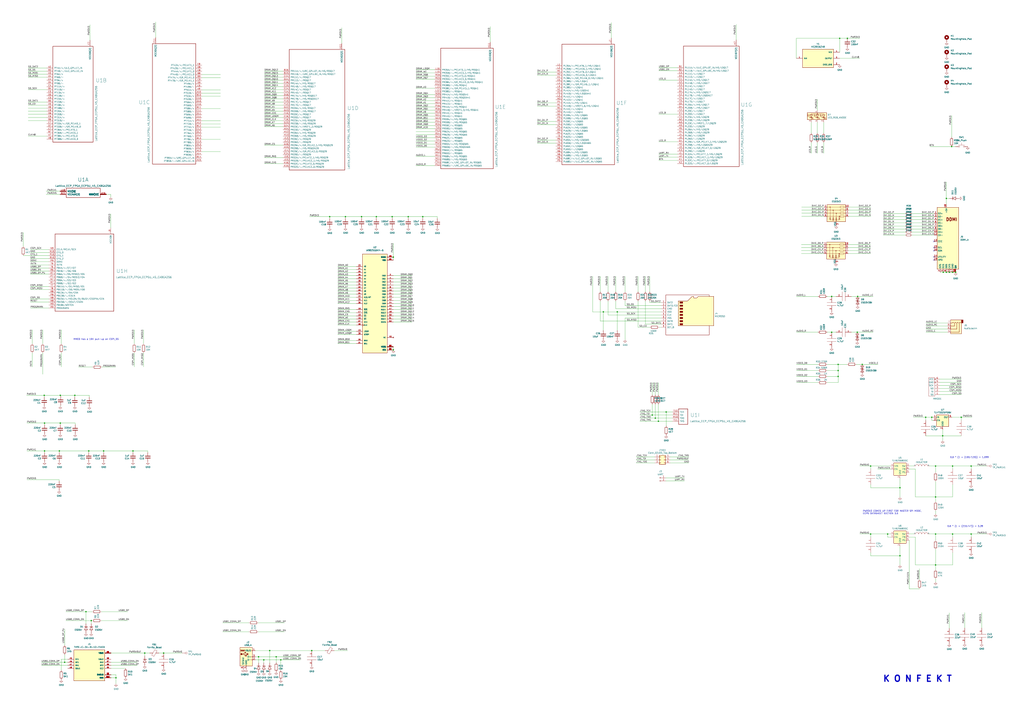
<source format=kicad_sch>
(kicad_sch (version 20211123) (generator eeschema)
  (paper "A1")
  (title_block (title "Konfekt FPGA Computer") (date "2022-12-01") (rev "V0") (company "Copyright © 2022 Lone Dynamics Corporation"))
  (junction (at 495.554 256.286))
  (junction (at 765.302 342.9))
  (junction (at 704.088 273.05))
  (junction (at 547.116 338.582))
  (junction (at 283.718 178.054))
  (junction (at 540.766 346.202))
  (junction (at 49.53 347.726))
  (junction (at 781.558 120.396))
  (junction (at 256.032 534.67))
  (junction (at 70.612 502.666))
  (junction (at 688.34 304.546))
  (junction (at 36.576 370.586))
  (junction (at 797.56 383.032))
  (junction (at 109.22 370.586))
  (junction (at 226.822 539.75))
  (junction (at 323.088 287.528))
  (junction (at 768.35 438.912))
  (junction (at 695.96 31.496))
  (junction (at 134.366 536.702))
  (junction (at 774.7 223.774))
  (junction (at 53.086 544.322))
  (junction (at 506.984 256.286))
  (junction (at 782.32 383.032))
  (junction (at 777.24 223.774))
  (junction (at 118.872 536.702))
  (junction (at 688.34 299.466))
  (junction (at 768.35 408.432))
  (junction (at 784.86 223.774))
  (junction (at 760.222 342.9))
  (junction (at 49.53 324.866))
  (junction (at 708.152 299.466))
  (junction (at 739.14 456.692))
  (junction (at 768.35 464.312))
  (junction (at 683.006 273.05))
  (junction (at 739.14 400.812))
  (junction (at 789.432 342.9))
  (junction (at 782.32 438.912))
  (junction (at 777.24 163.068))
  (junction (at 768.35 383.032))
  (junction (at 72.898 370.586))
  (junction (at 323.088 211.328))
  (junction (at 216.662 542.29))
  (junction (at 728.98 438.912))
  (junction (at 782.32 223.774))
  (junction (at 704.342 243.586))
  (junction (at 683.006 243.586))
  (junction (at 74.93 510.032))
  (junction (at 48.768 370.586))
  (junction (at 36.576 347.726))
  (junction (at 85.09 370.586))
  (junction (at 689.61 31.496))
  (junction (at 688.34 309.372))
  (junction (at 296.926 178.054))
  (junction (at 230.632 542.29))
  (junction (at 774.192 358.14))
  (junction (at 61.468 324.866))
  (junction (at 715.01 383.032))
  (junction (at 779.78 223.774))
  (junction (at 347.218 178.054))
  (junction (at 309.118 178.054))
  (junction (at 270.764 178.054))
  (junction (at 36.322 324.866))
  (junction (at 715.01 438.912))
  (junction (at 535.686 341.122))
  (junction (at 212.344 539.75))
  (junction (at 221.488 534.67))
  (junction (at 95.25 557.022))
  (junction (at 322.072 178.054))
  (junction (at 797.56 438.912))
  (junction (at 538.226 343.662))
  (junction (at 335.28 178.054))
  (no_connect (at 767.08 213.614))
  (no_connect (at 767.08 211.074))
  (no_connect (at 767.08 205.994))
  (no_connect (at 767.08 203.454))
  (no_connect (at 767.08 198.374))
  (wire (pts (xy 456.438 99.822) (xy 441.198 99.822)))
  (wire (pts (xy 232.41 93.98) (xy 217.17 93.98)))
  (wire (pts (xy 323.088 259.588) (xy 338.328 259.588)))
  (wire (pts (xy 688.34 309.372) (xy 688.34 304.546)))
  (wire (pts (xy 533.654 239.776) (xy 533.654 227.076)))
  (wire (pts (xy 232.41 81.28) (xy 217.17 81.28)))
  (wire (pts (xy 49.53 347.726) (xy 61.722 347.726)))
  (wire (pts (xy 91.186 554.482) (xy 95.25 554.482)))
  (wire (pts (xy 562.102 392.684) (xy 546.862 392.684)))
  (wire (pts (xy 23.114 83.82) (xy 38.354 83.82)))
  (wire (pts (xy 782.32 441.452) (xy 782.32 438.912)))
  (wire (pts (xy 792.226 516.128) (xy 792.226 503.428)))
  (wire (pts (xy 232.41 101.6) (xy 217.17 101.6)))
  (wire (pts (xy 277.368 241.808) (xy 292.608 241.808)))
  (wire (pts (xy 165.862 114.554) (xy 181.102 114.554)))
  (wire (pts (xy 90.932 175.768) (xy 90.932 187.198)))
  (wire (pts (xy 209.804 539.75) (xy 212.344 539.75)))
  (wire (pts (xy 755.142 476.25) (xy 755.142 467.36)))
  (wire (pts (xy 671.83 273.05) (xy 654.05 273.05)))
  (wire (pts (xy 768.35 412.242) (xy 768.35 408.432)))
  (wire (pts (xy 768.35 408.432) (xy 782.32 408.432)))
  (wire (pts (xy 323.088 231.648) (xy 338.328 231.648)))
  (wire (pts (xy 751.84 385.572) (xy 751.84 408.432)))
  (wire (pts (xy 699.262 243.586) (xy 704.342 243.586)))
  (wire (pts (xy 23.114 63.5) (xy 38.354 63.5)))
  (wire (pts (xy 91.186 557.022) (xy 95.25 557.022)))
  (wire (pts (xy 61.468 326.136) (xy 61.468 324.866)))
  (wire (pts (xy 53.086 530.352) (xy 53.086 517.398)))
  (wire (pts (xy 209.804 534.67) (xy 221.488 534.67)))
  (wire (pts (xy 232.41 83.82) (xy 217.17 83.82)))
  (wire (pts (xy 356.87 100.584) (xy 341.63 100.584)))
  (wire (pts (xy 72.898 371.856) (xy 72.898 370.586)))
  (wire (pts (xy 277.368 226.568) (xy 292.608 226.568)))
  (wire (pts (xy 774.7 223.774) (xy 777.24 223.774)))
  (wire (pts (xy 356.87 136.144) (xy 341.63 136.144)))
  (wire (pts (xy 23.114 86.36) (xy 38.354 86.36)))
  (wire (pts (xy 283.718 178.054) (xy 296.926 178.054)))
  (wire (pts (xy 277.368 254.508) (xy 292.608 254.508)))
  (wire (pts (xy 95.25 557.022) (xy 95.25 561.848)))
  (wire (pts (xy 768.35 395.732) (xy 768.35 408.432)))
  (wire (pts (xy 789.432 316.738) (xy 771.652 316.738)))
  (wire (pts (xy 24.892 248.158) (xy 40.132 248.158)))
  (wire (pts (xy 323.088 226.568) (xy 338.328 226.568)))
  (wire (pts (xy 90.932 159.766) (xy 87.376 159.766)))
  (wire (pts (xy 24.892 225.298) (xy 40.132 225.298)))
  (wire (pts (xy 748.792 188.214) (xy 767.08 188.214)))
  (wire (pts (xy 525.526 341.122) (xy 535.686 341.122)))
  (wire (pts (xy 165.862 61.214) (xy 181.102 61.214)))
  (wire (pts (xy 765.302 342.9) (xy 760.222 342.9)))
  (wire (pts (xy 658.114 200.914) (xy 676.402 200.914)))
  (wire (pts (xy 720.852 385.572) (xy 731.52 385.572)))
  (wire (pts (xy 165.862 101.854) (xy 181.102 101.854)))
  (wire (pts (xy 232.41 73.66) (xy 217.17 73.66)))
  (wire (pts (xy 356.87 115.824) (xy 341.63 115.824)))
  (wire (pts (xy 728.98 438.912) (xy 731.52 438.912)))
  (wire (pts (xy 789.432 314.198) (xy 771.652 314.198)))
  (wire (pts (xy 232.41 91.44) (xy 217.17 91.44)))
  (wire (pts (xy 277.368 279.908) (xy 292.608 279.908)))
  (wire (pts (xy 53.086 517.398) (xy 53.34 517.398)))
  (wire (pts (xy 49.53 348.996) (xy 49.53 347.726)))
  (wire (pts (xy 671.83 314.452) (xy 654.05 314.452)))
  (wire (pts (xy 766.572 342.9) (xy 765.302 342.9)))
  (wire (pts (xy 746.76 443.992) (xy 746.76 483.87)))
  (wire (pts (xy 216.662 542.29) (xy 216.662 544.83)))
  (wire (pts (xy 541.02 126.746) (xy 556.26 126.746)))
  (wire (pts (xy 61.722 348.996) (xy 61.722 347.726)))
  (wire (pts (xy 232.41 86.36) (xy 217.17 86.36)))
  (wire (pts (xy 739.14 400.812) (xy 739.14 408.432)))
  (wire (pts (xy 277.368 264.668) (xy 292.608 264.668)))
  (wire (pts (xy 256.032 534.67) (xy 266.954 534.67)))
  (wire (pts (xy 109.22 371.856) (xy 109.22 370.586)))
  (wire (pts (xy 165.862 89.154) (xy 181.102 89.154)))
  (wire (pts (xy 789.432 319.278) (xy 771.652 319.278)))
  (wire (pts (xy 654.05 48.006) (xy 654.05 31.496)))
  (wire (pts (xy 499.364 258.826) (xy 543.052 258.826)))
  (wire (pts (xy 50.292 550.926) (xy 50.292 541.782)))
  (wire (pts (xy 679.45 314.452) (xy 688.34 314.452)))
  (wire (pts (xy 541.02 129.286) (xy 556.26 129.286)))
  (wire (pts (xy 746.76 483.87) (xy 755.142 483.87)))
  (wire (pts (xy 212.344 539.75) (xy 226.822 539.75)))
  (wire (pts (xy 797.56 438.912) (xy 810.26 438.912)))
  (wire (pts (xy 36.322 326.136) (xy 36.322 324.866)))
  (wire (pts (xy 323.088 199.898) (xy 323.088 211.328)))
  (wire (pts (xy 505.714 239.776) (xy 505.714 227.076)))
  (wire (pts (xy 24.892 204.978) (xy 40.132 204.978)))
  (wire (pts (xy 22.098 370.586) (xy 36.576 370.586)))
  (wire (pts (xy 688.34 299.466) (xy 695.706 299.466)))
  (wire (pts (xy 495.554 256.286) (xy 486.664 256.286)))
  (wire (pts (xy 109.22 370.586) (xy 121.412 370.586)))
  (wire (pts (xy 739.14 400.812) (xy 715.01 400.812)))
  (wire (pts (xy 797.56 383.032) (xy 810.26 383.032)))
  (wire (pts (xy 797.56 438.912) (xy 797.56 441.452)))
  (wire (pts (xy 95.25 554.482) (xy 95.25 557.022)))
  (wire (pts (xy 456.438 87.122) (xy 441.198 87.122)))
  (wire (pts (xy 725.424 190.754) (xy 743.712 190.754)))
  (wire (pts (xy 541.02 55.626) (xy 556.26 55.626)))
  (wire (pts (xy 679.45 304.546) (xy 688.34 304.546)))
  (wire (pts (xy 23.114 73.66) (xy 38.354 73.66)))
  (wire (pts (xy 715.01 438.912) (xy 728.98 438.912)))
  (wire (pts (xy 782.32 385.572) (xy 782.32 383.032)))
  (wire (pts (xy 232.41 99.06) (xy 217.17 99.06)))
  (wire (pts (xy 230.632 542.29) (xy 246.888 542.29)))
  (wire (pts (xy 725.424 188.214) (xy 743.712 188.214)))
  (wire (pts (xy 232.41 104.14) (xy 217.17 104.14)))
  (wire (pts (xy 23.114 99.06) (xy 38.354 99.06)))
  (wire (pts (xy 24.892 220.218) (xy 40.132 220.218)))
  (wire (pts (xy 70.612 502.666) (xy 70.612 512.572)))
  (wire (pts (xy 230.632 542.29) (xy 230.632 550.926)))
  (wire (pts (xy 277.368 229.108) (xy 292.608 229.108)))
  (wire (pts (xy 506.984 271.526) (xy 506.984 256.286)))
  (wire (pts (xy 779.526 516.382) (xy 779.526 503.682)))
  (wire (pts (xy 538.226 343.662) (xy 552.196 343.662)))
  (wire (pts (xy 778.256 265.43) (xy 760.476 265.43)))
  (wire (pts (xy 789.432 321.818) (xy 771.652 321.818)))
  (wire (pts (xy 658.368 177.8) (xy 676.656 177.8)))
  (wire (pts (xy 731.52 441.452) (xy 728.98 441.452)))
  (wire (pts (xy 715.01 385.572) (xy 715.01 383.032)))
  (wire (pts (xy 347.218 179.324) (xy 347.218 178.054)))
  (wire (pts (xy 36.322 324.866) (xy 49.53 324.866)))
  (wire (pts (xy 356.87 108.204) (xy 341.63 108.204)))
  (wire (pts (xy 782.32 223.774) (xy 784.86 223.774)))
  (wire (pts (xy 19.05 210.058) (xy 40.132 210.058)))
  (wire (pts (xy 309.118 179.324) (xy 309.118 178.054)))
  (wire (pts (xy 537.718 377.952) (xy 522.478 377.952)))
  (wire (pts (xy 36.576 370.586) (xy 48.768 370.586)))
  (wire (pts (xy 19.05 191.008) (xy 19.05 202.438)))
  (wire (pts (xy 541.02 116.586) (xy 556.26 116.586)))
  (wire (pts (xy 535.686 341.122) (xy 535.686 332.232)))
  (wire (pts (xy 24.892 222.758) (xy 40.132 222.758)))
  (wire (pts (xy 658.114 205.994) (xy 676.402 205.994)))
  (wire (pts (xy 696.722 205.994) (xy 715.01 205.994)))
  (wire (pts (xy 493.014 239.776) (xy 493.014 227.076)))
  (wire (pts (xy 356.87 118.364) (xy 341.63 118.364)))
  (wire (pts (xy 748.792 178.054) (xy 767.08 178.054)))
  (wire (pts (xy 728.98 441.452) (xy 728.98 438.912)))
  (wire (pts (xy 778.256 267.97) (xy 760.476 267.97)))
  (wire (pts (xy 533.654 248.666) (xy 533.654 247.396)))
  (wire (pts (xy 513.334 261.366) (xy 513.334 279.146)))
  (wire (pts (xy 768.35 468.122) (xy 768.35 464.312)))
  (wire (pts (xy 83.566 301.752) (xy 94.996 301.752)))
  (wire (pts (xy 165.862 78.994) (xy 181.102 78.994)))
  (wire (pts (xy 226.822 539.75) (xy 226.822 544.576)))
  (wire (pts (xy 232.41 129.54) (xy 217.17 129.54)))
  (wire (pts (xy 110.236 271.018) (xy 110.236 282.448)))
  (wire (pts (xy 24.892 215.138) (xy 40.132 215.138)))
  (wire (pts (xy 23.114 91.44) (xy 38.354 91.44)))
  (wire (pts (xy 715.01 383.032) (xy 731.52 383.032)))
  (wire (pts (xy 671.83 243.586) (xy 654.05 243.586)))
  (wire (pts (xy 356.87 62.484) (xy 341.63 62.484)))
  (wire (pts (xy 359.156 178.054) (xy 359.156 179.578)))
  (wire (pts (xy 130.556 536.702) (xy 134.366 536.702)))
  (wire (pts (xy 36.576 371.856) (xy 36.576 370.586)))
  (wire (pts (xy 277.368 218.948) (xy 292.608 218.948)))
  (wire (pts (xy 270.764 178.054) (xy 270.764 179.578)))
  (wire (pts (xy 118.872 536.702) (xy 122.936 536.702)))
  (wire (pts (xy 525.526 346.202) (xy 540.766 346.202)))
  (wire (pts (xy 34.036 544.322) (xy 53.086 544.322)))
  (wire (pts (xy 748.792 183.134) (xy 767.08 183.134)))
  (wire (pts (xy 513.334 261.366) (xy 543.052 261.366)))
  (wire (pts (xy 746.76 441.452) (xy 751.84 441.452)))
  (wire (pts (xy 356.87 82.804) (xy 341.63 82.804)))
  (wire (pts (xy 74.93 510.032) (xy 75.692 510.032)))
  (wire (pts (xy 703.326 299.466) (xy 708.152 299.466)))
  (wire (pts (xy 309.118 178.054) (xy 322.072 178.054)))
  (wire (pts (xy 524.002 247.396) (xy 524.002 268.986)))
  (wire (pts (xy 127.762 18.034) (xy 127.762 30.734)))
  (wire (pts (xy 540.766 346.202) (xy 552.196 346.202)))
  (wire (pts (xy 221.488 534.67) (xy 256.032 534.67)))
  (wire (pts (xy 495.554 256.286) (xy 495.554 271.526)))
  (wire (pts (xy 768.35 478.282) (xy 768.35 475.742)))
  (wire (pts (xy 513.334 239.776) (xy 513.334 227.076)))
  (wire (pts (xy 777.24 163.068) (xy 779.78 163.068)))
  (wire (pts (xy 36.576 348.996) (xy 36.576 347.726)))
  (wire (pts (xy 689.61 42.926) (xy 689.61 31.496)))
  (wire (pts (xy 277.368 221.488) (xy 292.608 221.488)))
  (wire (pts (xy 277.368 249.428) (xy 292.608 249.428)))
  (wire (pts (xy 34.036 546.862) (xy 55.626 546.862)))
  (wire (pts (xy 402.59 21.844) (xy 402.59 34.544)))
  (wire (pts (xy 541.02 131.826) (xy 556.26 131.826)))
  (wire (pts (xy 778.256 270.51) (xy 760.476 270.51)))
  (wire (pts (xy 666.242 109.474) (xy 666.242 100.584)))
  (wire (pts (xy 782.32 408.432) (xy 782.32 398.272)))
  (wire (pts (xy 356.87 103.124) (xy 341.63 103.124)))
  (wire (pts (xy 165.862 63.754) (xy 181.102 63.754)))
  (wire (pts (xy 50.292 541.782) (xy 55.626 541.782)))
  (wire (pts (xy 23.114 60.96) (xy 38.354 60.96)))
  (wire (pts (xy 23.114 96.52) (xy 38.354 96.52)))
  (wire (pts (xy 24.892 237.998) (xy 40.132 237.998)))
  (wire (pts (xy 739.14 456.692) (xy 715.01 456.692)))
  (wire (pts (xy 666.242 125.984) (xy 666.242 117.094)))
  (wire (pts (xy 782.32 438.912) (xy 797.56 438.912)))
  (wire (pts (xy 209.804 542.29) (xy 216.662 542.29)))
  (wire (pts (xy 688.34 314.452) (xy 688.34 309.372)))
  (wire (pts (xy 679.45 273.05) (xy 683.006 273.05)))
  (wire (pts (xy 24.892 207.518) (xy 40.132 207.518)))
  (wire (pts (xy 54.102 510.032) (xy 74.93 510.032)))
  (wire (pts (xy 356.87 95.504) (xy 341.63 95.504)))
  (wire (pts (xy 671.83 299.466) (xy 654.05 299.466)))
  (wire (pts (xy 541.274 268.986) (xy 543.052 268.986)))
  (wire (pts (xy 277.368 239.268) (xy 292.608 239.268)))
  (wire (pts (xy 356.87 87.884) (xy 341.63 87.884)))
  (wire (pts (xy 696.976 175.26) (xy 715.264 175.26)))
  (wire (pts (xy 782.32 383.032) (xy 797.56 383.032)))
  (wire (pts (xy 658.368 175.26) (xy 676.656 175.26)))
  (wire (pts (xy 715.01 398.272) (xy 715.01 400.812)))
  (wire (pts (xy 212.344 539.75) (xy 212.344 544.83)))
  (wire (pts (xy 35.052 271.018) (xy 35.052 282.448)))
  (wire (pts (xy 699.262 273.05) (xy 704.088 273.05)))
  (wire (pts (xy 513.334 251.206) (xy 543.052 251.206)))
  (wire (pts (xy 335.28 178.054) (xy 347.218 178.054)))
  (wire (pts (xy 49.784 333.248) (xy 49.53 333.756)))
  (wire (pts (xy 221.488 534.67) (xy 221.488 544.83)))
  (wire (pts (xy 83.312 510.032) (xy 104.902 510.032)))
  (wire (pts (xy 50.292 290.068) (xy 50.292 301.498)))
  (wire (pts (xy 766.572 345.44) (xy 765.302 345.44)))
  (wire (pts (xy 538.226 324.612) (xy 538.226 314.452)))
  (wire (pts (xy 806.196 516.128) (xy 806.196 503.428)))
  (wire (pts (xy 22.098 347.726) (xy 36.576 347.726)))
  (wire (pts (xy 53.086 544.322) (xy 55.626 544.322)))
  (wire (pts (xy 117.856 271.018) (xy 117.856 282.448)))
  (wire (pts (xy 356.87 65.024) (xy 341.63 65.024)))
  (wire (pts (xy 505.714 253.746) (xy 543.052 253.746)))
  (wire (pts (xy 26.416 271.018) (xy 26.416 282.448)))
  (wire (pts (xy 708.152 299.466) (xy 721.106 299.466)))
  (wire (pts (xy 789.432 345.44) (xy 789.432 342.9)))
  (wire (pts (xy 323.088 264.668) (xy 338.328 264.668)))
  (wire (pts (xy 533.654 268.986) (xy 524.002 268.986)))
  (wire (pts (xy 277.368 267.208) (xy 292.608 267.208)))
  (wire (pts (xy 277.368 274.828) (xy 292.608 274.828)))
  (wire (pts (xy 502.158 18.542) (xy 502.158 31.242)))
  (wire (pts (xy 604.52 32.766) (xy 604.52 20.066)))
  (wire (pts (xy 323.088 239.268) (xy 338.328 239.268)))
  (wire (pts (xy 739.14 449.072) (xy 739.14 456.692)))
  (wire (pts (xy 54.102 502.666) (xy 70.612 502.666)))
  (wire (pts (xy 748.792 175.514) (xy 767.08 175.514)))
  (wire (pts (xy 277.368 246.888) (xy 292.608 246.888)))
  (wire (pts (xy 226.822 539.75) (xy 246.888 539.75)))
  (wire (pts (xy 456.438 102.362) (xy 441.198 102.362)))
  (wire (pts (xy 64.516 301.752) (xy 75.946 301.752)))
  (wire (pts (xy 658.368 170.18) (xy 676.656 170.18)))
  (wire (pts (xy 486.664 256.286) (xy 486.664 227.076)))
  (wire (pts (xy 277.368 257.048) (xy 292.608 257.048)))
  (wire (pts (xy 280.67 22.86) (xy 280.67 35.56)))
  (wire (pts (xy 768.35 443.992) (xy 768.35 438.912)))
  (wire (pts (xy 768.35 464.312) (xy 782.32 464.312)))
  (wire (pts (xy 323.088 249.428) (xy 338.328 249.428)))
  (wire (pts (xy 671.322 125.984) (xy 671.322 117.094)))
  (wire (pts (xy 277.368 282.448) (xy 292.608 282.448)))
  (wire (pts (xy 91.186 536.702) (xy 118.872 536.702)))
  (wire (pts (xy 778.256 273.05) (xy 760.476 273.05)))
  (wire (pts (xy 781.558 120.396) (xy 784.606 120.396)))
  (wire (pts (xy 768.35 422.402) (xy 768.35 419.862)))
  (wire (pts (xy 541.02 58.166) (xy 556.26 58.166)))
  (wire (pts (xy 499.364 239.776) (xy 499.364 227.076)))
  (wire (pts (xy 715.01 454.152) (xy 715.01 456.692)))
  (wire (pts (xy 165.862 104.394) (xy 181.102 104.394)))
  (wire (pts (xy 748.792 185.674) (xy 767.08 185.674)))
  (wire (pts (xy 24.892 235.458) (xy 40.132 235.458)))
  (wire (pts (xy 85.09 370.586) (xy 109.22 370.586)))
  (wire (pts (xy 165.862 73.914) (xy 181.102 73.914)))
  (wire (pts (xy 530.098 239.776) (xy 530.098 227.076)))
  (wire (pts (xy 748.792 190.754) (xy 767.08 190.754)))
  (wire (pts (xy 456.438 117.602) (xy 441.198 117.602)))
  (wire (pts (xy 322.072 178.054) (xy 335.28 178.054)))
  (wire (pts (xy 505.714 253.746) (xy 505.714 247.396)))
  (wire (pts (xy 704.342 243.586) (xy 717.042 243.586)))
  (wire (pts (xy 277.368 234.188) (xy 292.608 234.188)))
  (wire (pts (xy 117.856 290.068) (xy 117.856 301.498)))
  (wire (pts (xy 777.24 223.774) (xy 779.78 223.774)))
  (wire (pts (xy 689.61 31.496) (xy 695.96 31.496)))
  (wire (pts (xy 704.088 273.05) (xy 717.042 273.05)))
  (wire (pts (xy 356.87 59.944) (xy 341.63 59.944)))
  (wire (pts (xy 768.35 438.912) (xy 782.32 438.912)))
  (wire (pts (xy 777.24 167.894) (xy 777.24 163.068)))
  (wire (pts (xy 774.192 353.06) (xy 774.192 358.14)))
  (wire (pts (xy 772.16 223.774) (xy 774.7 223.774)))
  (wire (pts (xy 296.926 178.054) (xy 296.926 179.324)))
  (wire (pts (xy 777.24 163.068) (xy 777.24 149.606)))
  (wire (pts (xy 356.87 113.284) (xy 341.63 113.284)))
  (wire (pts (xy 232.41 96.52) (xy 217.17 96.52)))
  (wire (pts (xy 356.87 105.664) (xy 341.63 105.664)))
  (wire (pts (xy 725.424 180.594) (xy 743.712 180.594)))
  (wire (pts (xy 90.932 162.052) (xy 90.932 159.766)))
  (wire (pts (xy 270.764 178.054) (xy 283.718 178.054)))
  (wire (pts (xy 676.402 109.474) (xy 676.402 100.584)))
  (wire (pts (xy 506.984 256.286) (xy 543.052 256.286)))
  (wire (pts (xy 768.35 464.312) (xy 751.84 464.312)))
  (wire (pts (xy 774.192 361.95) (xy 774.192 358.14)))
  (wire (pts (xy 525.526 343.662) (xy 538.226 343.662)))
  (wire (pts (xy 48.768 370.586) (xy 72.898 370.586)))
  (wire (pts (xy 37.846 159.766) (xy 49.276 159.766)))
  (wire (pts (xy 671.322 109.474) (xy 671.322 100.584)))
  (wire (pts (xy 232.41 76.2) (xy 217.17 76.2)))
  (wire (pts (xy 746.76 383.032) (xy 750.57 383.032)))
  (wire (pts (xy 789.432 324.358) (xy 771.652 324.358)))
  (wire (pts (xy 23.114 111.76) (xy 38.354 111.76)))
  (wire (pts (xy 537.718 380.492) (xy 522.478 380.492)))
  (wire (pts (xy 23.114 93.98) (xy 38.354 93.98)))
  (wire (pts (xy 679.45 299.466) (xy 688.34 299.466)))
  (wire (pts (xy 212.09 511.81) (xy 233.68 511.81)))
  (wire (pts (xy 85.09 371.856) (xy 85.09 370.586)))
  (wire (pts (xy 525.526 338.582) (xy 547.116 338.582)))
  (wire (pts (xy 676.402 125.984) (xy 676.402 117.094)))
  (wire (pts (xy 750.062 342.9) (xy 760.222 342.9)))
  (wire (pts (xy 37.846 157.226) (xy 49.276 157.226)))
  (wire (pts (xy 216.662 542.29) (xy 230.632 542.29)))
  (wire (pts (xy 541.02 65.786) (xy 556.26 65.786)))
  (wire (pts (xy 513.334 251.206) (xy 513.334 247.396)))
  (wire (pts (xy 73.914 20.32) (xy 73.914 33.02)))
  (wire (pts (xy 323.088 251.968) (xy 338.328 251.968)))
  (wire (pts (xy 323.088 229.108) (xy 338.328 229.108)))
  (wire (pts (xy 323.088 284.988) (xy 323.088 287.528)))
  (wire (pts (xy 121.412 371.856) (xy 121.412 370.586)))
  (wire (pts (xy 763.778 120.396) (xy 781.558 120.396)))
  (wire (pts (xy 768.35 388.112) (xy 768.35 383.032)))
  (wire (pts (xy 688.34 304.546) (xy 688.34 299.466)))
  (wire (pts (xy 277.368 244.348) (xy 292.608 244.348)))
  (wire (pts (xy 456.438 61.722) (xy 441.198 61.722)))
  (wire (pts (xy 277.368 262.128) (xy 292.608 262.128)))
  (wire (pts (xy 48.514 395.478) (xy 48.514 394.208)))
  (wire (pts (xy 277.368 259.588) (xy 292.608 259.588)))
  (wire (pts (xy 356.87 110.744) (xy 341.63 110.744)))
  (wire (pts (xy 658.368 172.72) (xy 676.656 172.72)))
  (wire (pts (xy 547.116 338.582) (xy 552.196 338.582)))
  (wire (pts (xy 781.812 342.9) (xy 789.432 342.9)))
  (wire (pts (xy 356.87 98.044) (xy 341.63 98.044)))
  (wire (pts (xy 356.87 57.404) (xy 341.63 57.404)))
  (wire (pts (xy 232.41 68.58) (xy 217.17 68.58)))
  (wire (pts (xy 296.926 178.054) (xy 309.118 178.054)))
  (wire (pts (xy 779.78 223.774) (xy 782.32 223.774)))
  (wire (pts (xy 23.114 58.42) (xy 38.354 58.42)))
  (wire (pts (xy 165.862 124.714) (xy 181.102 124.714)))
  (wire (pts (xy 36.576 347.726) (xy 49.53 347.726)))
  (wire (pts (xy 323.088 234.188) (xy 338.328 234.188)))
  (wire (pts (xy 565.658 377.952) (xy 550.418 377.952)))
  (wire (pts (xy 493.014 263.906) (xy 543.052 263.906)))
  (wire (pts (xy 499.364 258.826) (xy 499.364 247.396)))
  (wire (pts (xy 182.88 519.176) (xy 204.47 519.176)))
  (wire (pts (xy 541.02 93.726) (xy 556.26 93.726)))
  (wire (pts (xy 274.574 534.67) (xy 285.496 534.67)))
  (wire (pts (xy 725.424 183.134) (xy 743.712 183.134)))
  (wire (pts (xy 535.686 341.122) (xy 552.196 341.122)))
  (wire (pts (xy 73.406 324.866) (xy 73.406 326.39)))
  (wire (pts (xy 83.312 502.666) (xy 104.902 502.666)))
  (wire (pts (xy 695.96 31.496) (xy 706.12 31.496)))
  (wire (pts (xy 493.014 263.906) (xy 493.014 247.396)))
  (wire (pts (xy 91.186 544.322) (xy 112.776 544.322)))
  (wire (pts (xy 565.658 375.412) (xy 550.418 375.412)))
  (wire (pts (xy 91.186 549.402) (xy 103.124 549.402)))
  (wire (pts (xy 232.41 60.96) (xy 217.17 60.96)))
  (wire (pts (xy 165.862 99.314) (xy 181.102 99.314)))
  (wire (pts (xy 323.088 244.348) (xy 338.328 244.348)))
  (wire (pts (xy 24.892 217.678) (xy 40.132 217.678)))
  (wire (pts (xy 254.254 178.054) (xy 270.764 178.054)))
  (wire (pts (xy 543.052 248.666) (xy 533.654 248.666)))
  (wire (pts (xy 725.424 185.674) (xy 743.712 185.674)))
  (wire (pts (xy 789.432 311.658) (xy 771.652 311.658)))
  (wire (pts (xy 706.12 383.032) (xy 715.01 383.032)))
  (wire (pts (xy 725.424 178.054) (xy 743.712 178.054)))
  (wire (pts (xy 562.102 395.224) (xy 546.862 395.224)))
  (wire (pts (xy 696.722 208.534) (xy 715.01 208.534)))
  (wire (pts (xy 21.844 324.866) (xy 36.322 324.866)))
  (wire (pts (xy 35.052 290.068) (xy 35.052 307.594)))
  (wire (pts (xy 356.87 85.344) (xy 341.63 85.344)))
  (wire (pts (xy 671.83 309.372) (xy 654.05 309.372)))
  (wire (pts (xy 696.722 203.454) (xy 715.01 203.454)))
  (wire (pts (xy 70.612 502.666) (xy 75.692 502.666)))
  (wire (pts (xy 356.87 80.264) (xy 341.63 80.264)))
  (wire (pts (xy 456.438 115.062) (xy 441.198 115.062)))
  (wire (pts (xy 232.41 58.42) (xy 217.17 58.42)))
  (wire (pts (xy 689.61 48.006) (xy 706.12 48.006)))
  (wire (pts (xy 232.41 119.38) (xy 217.17 119.38)))
  (wire (pts (xy 23.114 55.88) (xy 38.354 55.88)))
  (wire (pts (xy 165.862 76.454) (xy 181.102 76.454)))
  (wire (pts (xy 74.93 510.032) (xy 74.93 512.572)))
  (wire (pts (xy 456.438 59.182) (xy 441.198 59.182)))
  (wire (pts (xy 49.784 325.628) (xy 49.53 324.866)))
  (wire (pts (xy 535.686 324.612) (xy 535.686 314.452)))
  (wire (pts (xy 25.019 253.238) (xy 40.132 253.238)))
  (wire (pts (xy 725.424 193.294) (xy 743.712 193.294)))
  (wire (pts (xy 277.368 236.728) (xy 292.608 236.728)))
  (wire (pts (xy 540.766 324.612) (xy 540.766 314.452)))
  (wire (pts (xy 48.768 371.856) (xy 48.768 370.586)))
  (wire (pts (xy 356.87 128.524) (xy 341.63 128.524)))
  (wire (pts (xy 323.088 257.048) (xy 338.328 257.048)))
  (wire (pts (xy 506.984 256.286) (xy 495.554 256.286)))
  (wire (pts (xy 715.01 441.452) (xy 715.01 438.912)))
  (wire (pts (xy 323.088 241.808) (xy 338.328 241.808)))
  (wire (pts (xy 739.14 393.192) (xy 739.14 400.812)))
  (wire (pts (xy 696.722 200.914) (xy 715.01 200.914)))
  (wire (pts (xy 530.098 266.446) (xy 530.098 247.396)))
  (wire (pts (xy 760.222 358.14) (xy 774.192 358.14)))
  (wire (pts (xy 22.098 394.208) (xy 48.514 394.208)))
  (wire (pts (xy 768.35 438.912) (xy 763.27 438.912)))
  (wire (pts (xy 356.87 77.724) (xy 341.63 77.724)))
  (wire (pts (xy 725.424 175.514) (xy 743.712 175.514)))
  (wire (pts (xy 24.892 245.618) (xy 40.132 245.618)))
  (wire (pts (xy 283.718 178.054) (xy 283.718 179.324)))
  (wire (pts (xy 671.83 304.546) (xy 654.05 304.546)))
  (wire (pts (xy 232.41 71.12) (xy 217.17 71.12)))
  (wire (pts (xy 347.218 178.054) (xy 359.156 178.054)))
  (wire (pts (xy 49.53 324.866) (xy 61.468 324.866)))
  (wire (pts (xy 751.84 441.452) (xy 751.84 464.312)))
  (wire (pts (xy 23.114 88.9) (xy 38.354 88.9)))
  (wire (pts (xy 134.366 536.702) (xy 149.606 536.702)))
  (wire (pts (xy 565.658 380.492) (xy 550.418 380.492)))
  (wire (pts (xy 765.302 345.44) (xy 765.302 342.9)))
  (wire (pts (xy 182.88 511.81) (xy 204.47 511.81)))
  (wire (pts (xy 335.28 179.324) (xy 335.28 178.054)))
  (wire (pts (xy 323.088 236.728) (xy 338.328 236.728)))
  (wire (pts (xy 671.322 90.424) (xy 671.322 81.534)))
  (wire (pts (xy 739.14 456.692) (xy 739.14 464.312)))
  (wire (pts (xy 110.236 290.068) (xy 110.236 301.498)))
  (wire (pts (xy 277.368 272.288) (xy 292.608 272.288)))
  (wire (pts (xy 212.09 519.176) (xy 233.68 519.176)))
  (wire (pts (xy 782.32 464.312) (xy 782.32 454.152)))
  (wire (pts (xy 706.12 438.912) (xy 715.01 438.912)))
  (wire (pts (xy 543.052 266.446) (xy 530.098 266.446)))
  (wire (pts (xy 547.116 338.582) (xy 547.116 350.012)))
  (wire (pts (xy 696.976 177.8) (xy 715.264 177.8)))
  (wire (pts (xy 748.792 193.294) (xy 767.08 193.294)))
  (wire (pts (xy 768.35 451.612) (xy 768.35 464.312)))
  (wire (pts (xy 232.41 88.9) (xy 217.17 88.9)))
  (wire (pts (xy 118.872 536.702) (xy 118.872 539.242)))
  (wire (pts (xy 537.718 375.412) (xy 522.478 375.412)))
  (wire (pts (xy 768.35 383.032) (xy 782.32 383.032)))
  (wire (pts (xy 356.87 90.424) (xy 341.63 90.424)))
  (wire (pts (xy 683.006 273.05) (xy 686.562 273.05)))
  (wire (pts (xy 774.192 358.14) (xy 789.432 358.14)))
  (wire (pts (xy 456.438 84.582) (xy 441.198 84.582)))
  (wire (pts (xy 768.35 383.032) (xy 763.27 383.032)))
  (wire (pts (xy 323.088 246.888) (xy 338.328 246.888)))
  (wire (pts (xy 356.87 92.964) (xy 341.63 92.964)))
  (wire (pts (xy 356.87 120.904) (xy 341.63 120.904)))
  (wire (pts (xy 748.792 180.594) (xy 767.08 180.594)))
  (wire (pts (xy 797.56 383.032) (xy 797.56 385.572)))
  (wire (pts (xy 679.45 309.372) (xy 688.34 309.372)))
  (wire (pts (xy 746.76 385.572) (xy 751.84 385.572)))
  (wire (pts (xy 760.222 345.44) (xy 760.222 342.9)))
  (wire (pts (xy 746.76 438.912) (xy 750.57 438.912)))
  (wire (pts (xy 696.976 172.72) (xy 715.264 172.72)))
  (wire (pts (xy 658.114 203.454) (xy 676.402 203.454)))
  (wire (pts (xy 50.292 271.018) (xy 50.292 282.448)))
  (wire (pts (xy 538.226 343.662) (xy 538.226 332.232)))
  (wire (pts (xy 61.468 324.866) (xy 73.406 324.866)))
  (wire (pts (xy 232.41 66.04) (xy 217.17 66.04)))
  (wire (pts (xy 24.892 212.598) (xy 40.132 212.598)))
  (wire (pts (xy 322.072 179.324) (xy 322.072 178.054)))
  (wire (pts (xy 277.368 224.028) (xy 292.608 224.028)))
  (wire (pts (xy 683.006 243.586) (xy 686.562 243.586)))
  (wire (pts (xy 524.002 239.776) (xy 524.002 227.076)))
  (wire (pts (xy 323.088 262.128) (xy 338.328 262.128)))
  (wire (pts (xy 91.186 546.862) (xy 112.776 546.862)))
  (wire (pts (xy 323.088 211.328) (xy 323.088 213.868)))
  (wire (pts (xy 540.766 346.202) (xy 540.766 332.232)))
  (wire (pts (xy 696.976 170.18) (xy 715.264 170.18)))
  (wire (pts (xy 53.086 537.972) (xy 53.086 544.322)))
  (wire (pts (xy 26.416 290.068) (xy 26.416 301.498)))
  (wire (pts (xy 232.41 78.74) (xy 217.17 78.74)))
  (wire (pts (xy 232.41 134.62) (xy 217.17 134.62)))
  (wire (pts (xy 768.35 408.432) (xy 751.84 408.432)))
  (wire (pts (xy 781.558 94.996) (xy 781.558 112.776)))
  (wire (pts (xy 277.368 231.648) (xy 292.608 231.648)))
  (wire (pts (xy 72.898 370.586) (xy 85.09 370.586)))
  (wire (pts (xy 356.87 72.644) (xy 341.63 72.644)))
  (wire (pts (xy 679.45 243.586) (xy 683.006 243.586)))
  (wire (pts (xy 789.432 342.9) (xy 798.322 342.9)))
  (wire (pts (xy 654.05 31.496) (xy 689.61 31.496)))
  (wire (pts (xy 323.088 254.508) (xy 338.328 254.508)))
  (wire (pts (xy 658.114 208.534) (xy 676.402 208.534)))
  (wire (pts (xy 232.41 63.5) (xy 217.17 63.5)))
  (text "K O N F E K T" (at 724.916 560.832 0) (effects (font (size 5 5) (thickness 1) bold) (justify left bottom)))
  (text "PWR3V3 COMES UP FIRST FOR MASTER SPI MODE,\nECP5 DATASHEET SECTION 3.5" (at 708.66 422.91 0) (effects (font (size 1.27 1.27)) (justify left bottom)))
  (text "0.6 * (1 + (210/47)) = 3.28" (at 778.002 433.324 0) (effects (font (size 1.27 1.27)) (justify left bottom)))
  (text "MMOD has a 10K pull-up on CSPI_SS" (at 97.536 279.654 180) (effects (font (size 1.27 1.27)) (justify right bottom)))
  (text "0.6 * (1 + (100/120)) = 1.099" (at 780.288 376.682 0) (effects (font (size 1.27 1.27)) (justify left bottom)))
  (label "DRAM_LDQM" (at 341.63 57.404 0))
  (label "DRAM_DQ0" (at 328.93 226.568 0))
  (label "PWR1V1" (at 38.862 157.226 0))
  (label "DVIC_D1_N" (at 756.92 183.134 0))
  (label "LED_B" (at 676.402 125.984 90))
  (label "DRAM_CLK" (at 217.17 99.06 0))
  (label "CLK48" (at 699.516 48.006 0))
  (label "USB0_CONN_DP" (at 34.036 544.322 0))
  (label "DVI_CK_N" (at 725.424 193.294 0))
  (label "DVIC_D0_N" (at 666.242 203.454 0))
  (label "USB0_DP_PU" (at 24.892 225.298 0))
  (label "VIDEO_C" (at 713.486 299.466 0))
  (label "DVIC_D1_N" (at 705.104 177.8 0))
  (label "SD_MOSI" (at 23.114 60.96 0))
  (label "UART_RX" (at 553.974 395.224 0))
  (label "DRAM_CS" (at 217.17 119.38 0))
  (label "PWR3V3" (at 538.226 322.072 90))
  (label "UART_TX" (at 541.02 129.286 0))
  (label "DRAM_CLK" (at 277.368 267.208 0))
  (label "PWR3V3" (at 750.062 342.9 0))
  (label "DRAM_DQ5" (at 328.93 239.268 0))
  (label "CSPI_SS" (at 24.892 245.618 0))
  (label "DRAM_DQ12" (at 217.17 58.42 0))
  (label "DRAM_A4" (at 277.368 229.108 0))
  (label "DRAM_CKE" (at 277.368 264.668 0))
  (label "DRAM_DQ3" (at 328.93 234.188 0))
  (label "DVIC_D0_P" (at 666.242 200.914 0))
  (label "DRAM_BS0" (at 277.368 279.908 0))
  (label "DRAM_A6" (at 217.17 104.14 0))
  (label "PWR3V3" (at 117.856 278.638 90))
  (label "DRAM_A8" (at 277.368 239.268 0))
  (label "DRAM_BS0" (at 341.63 100.584 0))
  (label "RESET" (at 64.516 301.752 0))
  (label "DRAM_DQ11" (at 328.93 254.508 0))
  (label "DRAM_DQ7" (at 328.93 244.348 0))
  (label "DRAM_BS1" (at 277.368 282.448 0))
  (label "PWR5V0" (at 706.12 438.912 0))
  (label "DVI_D2_N" (at 441.198 117.602 0))
  (label "AUDIO_L" (at 654.05 243.586 0))
  (label "DRAM_A10" (at 277.368 244.348 0))
  (label "DRAM_CAS" (at 217.17 134.62 0))
  (label "INITN" (at 24.892 217.678 0))
  (label "DVI_D2_N" (at 725.424 178.054 0))
  (label "UART_TX" (at 554.228 392.684 0))
  (label "VIDEO_D0" (at 654.05 299.466 0))
  (label "JTAG_TMS" (at 556.768 375.412 0))
  (label "SD_SS" (at 23.114 58.42 0))
  (label "PWR2V5" (at 22.098 394.208 0))
  (label "PWR3V3" (at 280.67 31.496 90))
  (label "VIDEO_D1" (at 341.63 118.364 0))
  (label "DRAM_A1" (at 277.368 221.488 0))
  (label "DRAM_DQ1" (at 341.63 90.424 0))
  (label "PWR3V3" (at 530.098 234.696 90))
  (label "DVI_D1_N" (at 725.424 183.134 0))
  (label "DVI_D0_P" (at 725.424 185.674 0))
  (label "DRAM_WE" (at 277.368 262.128 0))
  (label "AUDIO_L" (at 341.63 128.524 0))
  (label "PWR3V3" (at 110.236 278.638 90))
  (label "DVI_D0_P" (at 441.198 84.582 0))
  (label "DRAM_A5" (at 217.17 91.44 0))
  (label "PWR3V3" (at 505.714 234.696 90))
  (label "SD_CD" (at 23.114 86.36 0))
  (label "CSPI_SCK" (at 50.292 300.228 90))
  (label "PWR3V3" (at 524.002 234.696 90))
  (label "DRAM_DQ2" (at 328.93 231.648 0))
  (label "VIDEO_D1" (at 654.05 304.546 0))
  (label "DRAM_DQ9" (at 328.93 249.428 0))
  (label "DVI_CK_P" (at 441.198 59.182 0))
  (label "GND" (at 785.622 314.198 0))
  (label "DONE" (at 24.892 215.138 0))
  (label "PWR3V3" (at 671.322 89.154 90))
  (label "PWR3V3" (at 22.098 347.726 0))
  (label "PWR3V3" (at 493.014 234.696 90))
  (label "PROGRAMN" (at 35.052 301.498 90))
  (label "USB0_CONN_DN" (at 54.102 510.032 0))
  (label "PWR3V3" (at 50.292 278.638 90))
  (label "SD_DAT2" (at 534.416 248.666 0))
  (label "DRAM_A2" (at 277.368 224.028 0))
  (label "PWR3V3" (at 806.196 512.318 90))
  (label "PWR3V3" (at 486.664 234.696 90))
  (label "DVI_CK_N" (at 441.198 61.722 0))
  (label "PWR1V1" (at 792.226 512.318 90))
  (label "DRAM_UDQM" (at 277.368 274.828 0))
  (label "JTAG_TMS" (at 525.526 346.202 0))
  (label "DVI_D1_N" (at 441.198 102.362 0))
  (label "CFG_1" (at 24.892 210.058 0))
  (label "DRAM_DQ14" (at 217.17 71.12 0))
  (label "CSPI_MISO" (at 24.892 235.458 0))
  (label "DVIC_D2_P" (at 705.104 170.18 0))
  (label "DVIC_CK_N" (at 704.85 208.534 0))
  (label "DRAM_UDQM" (at 217.17 96.52 0))
  (label "DRAM_DQ11" (at 217.17 68.58 0))
  (label "SD_DAT2" (at 23.114 55.88 0))
  (label "PWR3V3" (at 402.59 30.48 90))
  (label "DRAM_DQ13" (at 328.93 259.588 0))
  (label "CSPI_SCK" (at 24.892 204.978 0))
  (label "DRAM_DQ9" (at 217.17 78.74 0))
  (label "PWR1V1" (at 779.526 512.572 90))
  (label "DRAM_DQ1" (at 328.93 229.108 0))
  (label "USB1_DN" (at 226.06 519.176 0))
  (label "PWR3V3" (at 781.558 102.616 90))
  (label "DRAM_A7" (at 217.17 101.6 0))
  (label "CSPI_SS" (at 781.812 324.358 0))
  (label "PWR1V1EN" (at 720.852 385.572 0))
  (label "DRAM_A8" (at 217.17 86.36 0))
  (label "JTAG_TDI" (at 522.478 377.952 0))
  (label "LED_R" (at 666.242 125.984 90))
  (label "DRAM_DQ4" (at 328.93 236.728 0))
  (label "CSPI_MOSI" (at 24.892 237.998 0))
  (label "USB0_DN" (at 97.282 510.032 0))
  (label "PWR2V5" (at 790.702 342.9 0))
  (label "DRAM_DQ10" (at 217.17 66.04 0))
  (label "AUDIO_LC" (at 708.152 243.586 0))
  (label "DRAM_DQ0" (at 341.63 103.124 0))
  (label "VIDEO_D3" (at 654.05 314.452 0))
  (label "GND" (at 24.892 212.598 0))
  (label "DRAM_A0" (at 277.368 218.948 0))
  (label "SD_DAT1" (at 23.114 83.82 0))
  (label "GND" (at 561.848 380.492 0))
  (label "PWR5V0UF" (at 555.752 377.952 0))
  (label "PWR3V3" (at 499.364 234.696 90))
  (label "DRAM_DQ2" (at 341.63 87.884 0))
  (label "DRAM_DQ6" (at 341.63 62.484 0))
  (label "DRAM_DQ4" (at 341.63 77.724 0))
  (label "USB1_CONN_DP" (at 182.88 511.81 0))
  (label "DRAM_DQ3" (at 341.63 80.264 0))
  (label "AUDIO_R" (at 654.05 273.05 0))
  (label "DRAM_A0" (at 341.63 92.964 0))
  (label "PWR3V3" (at 513.334 234.696 90))
  (label "DRAM_A4" (at 217.17 88.9 0))
  (label "JTAG_TCK" (at 522.478 375.412 0))
  (label "DRAM_WE" (at 341.63 59.944 0))
  (label "PWR3V3" (at 21.844 324.866 0))
  (label "DRAM_DQ5" (at 341.63 95.504 0))
  (label "DVI_D1_P" (at 725.424 180.594 0))
  (label "SD_DAT1" (at 534.924 266.446 0))
  (label "DRAM_A10" (at 341.63 105.664 0))
  (label "PWR2V5" (at 38.862 159.766 0))
  (label "USB1_CONN_DN" (at 182.88 519.176 0))
  (label "CSPI_MOSI" (at 779.78 321.818 0))
  (label "DRAM_A9" (at 277.368 241.808 0))
  (label "DVI_D0_N" (at 725.424 188.214 0))
  (label "SD_MOSI" (at 514.604 253.746 0))
  (label "PWR3V3" (at 533.654 234.696 90))
  (label "DRAM_DQ14" (at 328.93 262.128 0))
  (label "DVI_D2_P" (at 725.424 175.514 0))
  (label "DRAM_DQ13" (at 217.17 63.5 0))
  (label "PWR3V3" (at 781.812 311.658 0))
  (label "USB0_DP" (at 24.892 220.218 0))
  (label "DRAM_A3" (at 277.368 226.568 0))
  (label "DRAM_A11" (at 217.17 76.2 0))
  (label "DVIC_D1_P" (at 705.104 175.26 0))
  (label "DRAM_BS1" (at 341.63 98.044 0))
  (label "VIDEO_D3" (at 341.63 113.284 0))
  (label "USB0_CONN_DP" (at 54.102 502.666 0))
  (label "GND" (at 24.892 207.518 0))
  (label "PROGRAMN" (at 84.582 301.752 0))
  (label "DVIC_D2_N" (at 705.104 172.72 0))
  (label "USB1_DN" (at 541.02 58.166 0))
  (label "CSPI_MISO" (at 779.526 319.278 0))
  (label "CLK48" (at 23.114 111.76 0))
  (label "DRAM_A6" (at 277.368 234.188 0))
  (label "PWR3V3" (at 127.762 26.67 90))
  (label "USB1_DP" (at 541.02 55.626 0))
  (label "JTAG_TDI" (at 525.526 341.122 0))
  (label "DRAM_DQ10" (at 328.93 251.968 0))
  (label "DVIC_D1_P" (at 756.92 180.594 0))
  (label "DVI_D1_P" (at 441.198 99.822 0))
  (label "DRAM_A5" (at 277.368 231.648 0))
  (label "DVIC_CK_P" (at 704.85 205.994 0))
  (label "DRAM_DQ7" (at 341.63 65.024 0))
  (label "DVIC_CK_N" (at 756.92 193.294 0))
  (label "PWR5V0" (at 277.622 534.67 0))
  (label "PWR3V3" (at 802.64 438.912 0))
  (label "DRAM_DQ15" (at 217.17 60.96 0))
  (label "VIDEO_D2" (at 341.63 115.824 0))
  (label "PWR5V0" (at 777.24 156.972 90))
  (label "DVI_D0_N" (at 441.198 87.122 0))
  (label "PWR3V3" (at 254.254 178.054 0))
  (label "DRAM_DQ12" (at 328.93 257.048 0))
  (label "DRAM_RAS" (at 277.368 254.508 0))
  (label "PWR5V0UF" (at 105.918 536.702 0))
  (label "DRAM_A12" (at 217.17 73.66 0))
  (label "DRAM_A3" (at 341.63 72.644 0))
  (label "DRAM_A7" (at 277.368 236.728 0))
  (label "USB0_DN" (at 24.892 222.758 0))
  (label "DVIC_D2_N" (at 756.92 178.054 0))
  (label "PWR1V1" (at 802.64 383.032 0))
  (label "DVIC_D2_N" (at 666.496 172.72 0))
  (label "PWR1V1" (at 22.098 370.586 0))
  (label "PWR5V0" (at 141.986 536.702 0))
  (label "SD_SCK" (at 514.604 258.826 0))
  (label "USB0_CONN_DN" (at 34.036 546.862 0))
  (label "DRAM_DQ8" (at 217.17 81.28 0))
  (label "PWR3V3" (at 540.766 322.072 90))
  (label "DRAM_LDQM" (at 277.368 272.288 0))
  (label "JTAG_TDO" (at 525.526 343.662 0))
  (label "DVIC_D1_P" (at 666.496 175.26 0))
  (label "VIDEO_D0" (at 341.63 120.904 0))
  (label "PWR3V3" (at 73.914 28.956 90))
  (label "USB1_DP" (at 226.06 511.81 0))
  (label "DVIC_D1_N" (at 666.496 177.8 0))
  (label "CSPI_SCK" (at 780.542 316.738 0))
  (label "LED_G" (at 671.322 125.984 90))
  (label "DRAM_DQ8" (at 328.93 246.888 0))
  (label "DRAM_CKE" (at 217.17 93.98 0))
  (label "JTAG_TCK" (at 525.526 338.582 0))
  (label "DVIC_D0_P" (at 704.85 200.914 0))
  (label "DRAM_CAS" (at 277.368 257.048 0))
  (label "BTN" (at 767.08 120.396 180))
  (label "PWR3V3" (at 604.52 28.448 90))
  (label "JTAG_TDO" (at 522.478 380.492 0))
  (label "PWR3V3" (at 26.416 278.638 90))
  (label "SD_SCK" (at 23.114 73.66 0))
  (label "AUDIO_RC" (at 760.476 267.97 0))
  (label "DVIC_D2_P" (at 666.496 170.18 0))
  (label "USB0_DP_PU" (at 53.086 528.574 90))
  (label "PWR3V3" (at 535.686 322.072 90))
  (label "DVI_CK_P" (at 725.424 190.754 0))
  (label "SD_SS" (at 514.604 251.206 0))
  (label "USB0_CONN_DP" (at 99.06 546.862 0))
  (label "DRAM_A9" (at 217.17 83.82 0))
  (label "DRAM_A12" (at 277.368 249.428 0))
  (label "PWR5V0" (at 755.142 476.25 90))
  (label "PWR3V3" (at 19.05 198.628 90))
  (label "PWR3V3" (at 323.088 207.518 90))
  (label "DVI_D2_P" (at 441.198 115.062 0))
  (label "USB1_CONN_DP" (at 232.41 539.75 0))
  (label "DRAM_RAS" (at 217.17 129.54 0))
  (label "PWR3V3" (at 90.932 183.388 90))
  (label "SD_MISO" (at 23.114 63.5 0))
  (label "AUDIO_RC" (at 708.152 273.05 0))
  (label "DVIC_D2_P" (at 756.92 175.514 0))
  (label "SD_MISO" (at 514.604 263.906 0))
  (label "USB0_DP" (at 97.282 502.666 0))
  (label "LED_R" (at 541.02 116.586 0))
  (label "PWR3V3" (at 35.052 278.638 90))
  (label "GND" (at 760.476 270.51 0))
  (label "PWR5V0" (at 706.12 383.032 0))
  (label "LED_B" (at 541.02 93.726 0))
  (label "RESET" (at 24.892 248.158 0))
  (label "DVIC_D0_N" (at 704.85 203.454 0))
  (label "AUDIO_R" (at 341.63 136.144 0))
  (label "DVIC_CK_P" (at 756.92 190.754 0))
  (label "DRAM_DQ6" (at 328.93 241.808 0))
  (label "VIDEO_D2" (at 654.05 309.372 0))
  (label "DRAM_CS" (at 277.368 259.588 0))
  (label "DRAM_DQ15" (at 328.93 264.668 0))
  (label "DRAM_A11" (at 277.368 246.888 0))
  (label "USB1_CONN_DN" (at 232.41 542.29 0))
  (label "USB0_CONN_DN" (at 99.06 544.322 0))
  (label "PWR1V1EN" (at 746.76 480.314 90))
  (label "UART_RX" (at 541.02 126.746 0))
  (label "DVIC_D0_P" (at 756.92 185.674 0))
  (label "PROGRAMN" (at 25.019 253.238 0))
  (label "LED_G" (at 541.02 65.786 0))
  (label "INITN" (at 26.416 301.498 90))
  (label "PWR3V3" (at 502.158 27.178 90))
  (label "PWR3V3" (at 698.5 31.496 0))
  (label "CSPI_MOSI" (at 110.236 300.228 90))
  (label "DRAM_A2" (at 341.63 82.804 0))
  (label "VIDEO_C" (at 760.476 273.05 0))
  (label "CSPI_MISO" (at 117.856 300.228 90))
  (label "DVIC_CK_N" (at 666.242 208.534 0))
  (label "BTN" (at 541.02 131.826 0))
  (label "DRAM_A1" (at 341.63 85.344 0))
  (label "DVIC_CK_P" (at 666.242 205.994 0))
  (label "AUDIO_LC" (at 760.476 265.43 0))
  (label "SD_CD" (at 525.018 268.986 0))
  (label "DVIC_D0_N" (at 756.92 188.214 0))
  (symbol (lib_id "KC2016Z:KC2016Z13.5600C1KX00") (at 671.83 48.006 0) (unit 1)
    (property "Reference" "Y1" (at 671.83 36.1442 0))
    (property "Value" "KC2016Z48" (at 671.83 38.4556 0))
    (property "Footprint" "KC2016:OSC_KC2016Z13.5600C1KX00" (effects hide))
    (property "STANDARD" "Manufacturer Recommendations" (effects hide))
    (property "MANUFACTURER" "Kyocera" (effects hide))
    (property "PARTREV" "November 2020" (effects hide))
    (property "MAXIMUM_PACKAGE_HIEGHT" "0.8 mm" (effects hide))
  )
  (symbol (lib_id "power:GND") (at 689.61 53.086 0) (unit 1)
    (property "Reference" "#PWR049" (effects hide))
    (property "Value" "GND" (at 689.737 57.4802 0))
  )
  (symbol (lib_id "Device:C") (at 695.96 35.306 0) (unit 1)
    (property "Reference" "C32" (at 698.881 34.1376 0) (effects (justify left)))
    (property "Value" "100nF" (at 698.881 36.449 0) (effects (justify left)))
    (property "Footprint" "Resistor_SMD:R_0603_1608Metric" (effects hide))
  )
  (symbol (lib_id "ldx-rescue:MRR_ESPE-rescue_Micro_SD_Card_China-projsym-MRR_ESPA-rescue-microsd") (at 565.912 258.826 0) (unit 1)
    (property "Reference" "J4" (at 586.994 257.6576 0) (effects (justify left)))
    (property "Value" "MICROSD" (at 586.994 259.969 0) (effects (justify left)))
    (property "Footprint" "LD-SDCARD:SDCARD" (effects hide))
  )
  (symbol (lib_id "Regulator_Linear:TLV73325PDBV") (at 774.192 345.44 0) (unit 1)
    (property "Reference" "U7" (at 774.192 336.7532 0))
    (property "Value" "TLV73325PDBV" (at 774.192 339.0646 0))
    (property "Footprint" "Package_TO_SOT_SMD:SOT-23-5" (effects hide))
    (property "Datasheet" "http://www.ti.com/lit/ds/symlink/tlv733p.pdf" (effects hide))
  )
  (symbol (lib_id "Device:R") (at 499.364 243.586 0) (unit 1)
    (property "Reference" "R18" (at 501.142 242.4176 0) (effects (justify left)))
    (property "Value" "20K" (at 501.142 244.729 0) (effects (justify left)))
    (property "Footprint" "Resistor_SMD:R_0603_1608Metric" (effects hide))
  )
  (symbol (lib_id "power:GND") (at 513.334 279.146 0) (unit 1)
    (property "Reference" "#PWR043" (effects hide))
    (property "Value" "GND" (at 513.461 283.5402 0))
  )
  (symbol (lib_id "Device:C") (at 506.984 275.336 0) (unit 1)
    (property "Reference" "C27" (at 500.634 274.066 0) (effects (justify left)))
    (property "Value" "100nF" (at 498.094 276.606 0) (effects (justify left)))
    (property "Footprint" "Resistor_SMD:R_0603_1608Metric" (effects hide))
  )
  (symbol (lib_id "pspice:C") (at 760.222 351.79 0) (unit 1)
    (property "Reference" "C35" (at 764.7432 350.6216 0) (effects (justify left)))
    (property "Value" "4.7uF" (at 764.7432 352.933 0) (effects (justify left)))
    (property "Footprint" "Capacitor_SMD:C_0603_1608Metric" (effects hide))
  )
  (symbol (lib_id "power:GND") (at 506.984 279.146 0) (unit 1)
    (property "Reference" "#PWR042" (effects hide))
    (property "Value" "GND" (at 507.111 283.5402 0))
  )
  (symbol (lib_id "pspice:C") (at 715.01 447.802 0) (unit 1)
    (property "Reference" "C34" (at 719.5312 446.6336 0) (effects (justify left)))
    (property "Value" "4.7uF" (at 719.5312 448.945 0) (effects (justify left)))
    (property "Footprint" "Capacitor_SMD:C_0603_1608Metric" (effects hide))
  )
  (symbol (lib_id "pspice:C") (at 782.32 447.802 0) (unit 1)
    (property "Reference" "C38" (at 786.8412 446.6336 0) (effects (justify left)))
    (property "Value" "10pF" (at 786.8412 448.945 0) (effects (justify left)))
    (property "Footprint" "Capacitor_SMD:C_0603_1608Metric" (effects hide))
  )
  (symbol (lib_id "power:GND") (at 797.56 454.152 0) (unit 1)
    (property "Reference" "#PWR069" (effects hide))
    (property "Value" "GND" (at 797.687 458.5462 0))
  )
  (symbol (lib_id "Device:R") (at 505.714 243.586 0) (unit 1)
    (property "Reference" "R19" (at 507.492 242.4176 0) (effects (justify left)))
    (property "Value" "20K" (at 507.492 244.729 0) (effects (justify left)))
    (property "Footprint" "Resistor_SMD:R_0603_1608Metric" (effects hide))
  )
  (symbol (lib_id "power:GND") (at 768.35 478.282 0) (unit 1)
    (property "Reference" "#PWR057" (effects hide))
    (property "Value" "GND" (at 768.477 482.6762 0))
  )
  (symbol (lib_id "power:GND") (at 739.14 464.312 0) (unit 1)
    (property "Reference" "#PWR055" (effects hide))
    (property "Value" "GND" (at 739.267 468.7062 0))
  )
  (symbol (lib_id "power:GND") (at 774.192 361.95 0) (unit 1)
    (property "Reference" "#PWR058" (effects hide))
    (property "Value" "GND" (at 774.319 366.3442 0))
  )
  (symbol (lib_id "Device:Ferrite_Bead") (at 126.746 536.702 270) (unit 1)
    (property "Reference" "FB1" (at 126.746 529.7424 90))
    (property "Value" "Ferrite_Bead" (at 126.746 532.0538 90))
    (property "Footprint" "Resistor_SMD:R_0603_1608Metric" (effects hide))
  )
  (symbol (lib_id "pspice:C") (at 134.366 543.052 0) (unit 1)
    (property "Reference" "C16" (at 138.8872 541.8836 0) (effects (justify left)))
    (property "Value" "4.7uF" (at 138.8872 544.195 0) (effects (justify left)))
    (property "Footprint" "Capacitor_SMD:C_0603_1608Metric" (effects hide))
  )
  (symbol (lib_id "pspice:C") (at 789.432 351.79 0) (unit 1)
    (property "Reference" "C39" (at 793.9532 350.6216 0) (effects (justify left)))
    (property "Value" "4.7uF" (at 793.9532 352.933 0) (effects (justify left)))
    (property "Footprint" "Capacitor_SMD:C_0603_1608Metric" (effects hide))
  )
  (symbol (lib_id "pspice:C") (at 806.196 522.478 0) (unit 1)
    (property "Reference" "C43" (at 810.7172 521.3096 0) (effects (justify left)))
    (property "Value" "22uF" (at 810.7172 523.621 0) (effects (justify left)))
    (property "Footprint" "Capacitor_SMD:C_0603_1608Metric" (effects hide))
  )
  (symbol (lib_id "Device:R") (at 513.334 243.586 0) (unit 1)
    (property "Reference" "R20" (at 515.112 242.4176 0) (effects (justify left)))
    (property "Value" "20K" (at 515.112 244.729 0) (effects (justify left)))
    (property "Footprint" "Resistor_SMD:R_0603_1608Metric" (effects hide))
  )
  (symbol (lib_id "Device:R") (at 493.014 243.586 0) (unit 1)
    (property "Reference" "R17" (at 494.792 242.4176 0) (effects (justify left)))
    (property "Value" "20K" (at 494.792 244.729 0) (effects (justify left)))
    (property "Footprint" "Resistor_SMD:R_0603_1608Metric" (effects hide))
  )
  (symbol (lib_id "power:GND") (at 792.226 528.828 0) (unit 1)
    (property "Reference" "#PWR066" (effects hide))
    (property "Value" "GND" (at 792.353 533.2222 0))
  )
  (symbol (lib_id "power:GND") (at 806.196 528.828 0) (unit 1)
    (property "Reference" "#PWR070" (effects hide))
    (property "Value" "GND" (at 806.323 533.2222 0))
  )
  (symbol (lib_id "Device:R") (at 50.292 554.736 0) (unit 1)
    (property "Reference" "R5" (at 52.07 553.5676 0) (effects (justify left)))
    (property "Value" "5K1" (at 52.07 555.879 0) (effects (justify left)))
    (property "Footprint" "Resistor_SMD:R_0603_1608Metric" (effects hide))
  )
  (symbol (lib_id "Device:R") (at 103.124 553.212 0) (unit 1)
    (property "Reference" "R10" (at 104.902 552.0436 0) (effects (justify left)))
    (property "Value" "5K1" (at 104.902 554.355 0) (effects (justify left)))
    (property "Footprint" "Resistor_SMD:R_0603_1608Metric" (effects hide))
  )
  (symbol (lib_id "Device:C") (at 495.554 275.336 0) (unit 1)
    (property "Reference" "C26" (at 489.204 274.066 0) (effects (justify left)))
    (property "Value" "10uF" (at 486.664 276.606 0) (effects (justify left)))
    (property "Footprint" "Resistor_SMD:R_0603_1608Metric" (effects hide))
  )
  (symbol (lib_id "power:GND") (at 495.554 279.146 0) (unit 1)
    (property "Reference" "#PWR041" (effects hide))
    (property "Value" "GND" (at 495.681 283.5402 0))
  )
  (symbol (lib_id "Connector:TestPoint") (at 810.26 383.032 270) (unit 1)
    (property "Reference" "TP2" (at 815.0352 381.8636 90) (effects (justify left)))
    (property "Value" "TP_PWR1V1" (at 815.0352 384.175 90) (effects (justify left)))
    (property "Footprint" "TestPoint:TestPoint_THTPad_D1.0mm_Drill0.5mm" (effects hide))
  )
  (symbol (lib_id "Connector:TestPoint") (at 810.26 438.912 270) (unit 1)
    (property "Reference" "TP3" (at 815.0352 437.7436 90) (effects (justify left)))
    (property "Value" "TP_PWR3V3" (at 815.0352 440.055 90) (effects (justify left)))
    (property "Footprint" "TestPoint:TestPoint_THTPad_D1.0mm_Drill0.5mm" (effects hide))
  )
  (symbol (lib_id "power:GND") (at 695.96 39.116 0) (unit 1)
    (property "Reference" "#PWR050" (effects hide))
    (property "Value" "GND" (at 696.087 43.5102 0))
  )
  (symbol (lib_id "power:GND") (at 134.366 549.402 0) (unit 1)
    (property "Reference" "#PWR023" (effects hide))
    (property "Value" "GND" (at 134.493 553.7962 0))
  )
  (symbol (lib_id "power:GND") (at 103.124 557.022 0) (unit 1)
    (property "Reference" "#PWR019" (effects hide))
    (property "Value" "GND" (at 103.251 561.4162 0))
  )
  (symbol (lib_id "power:GND") (at 50.292 558.546 0) (unit 1)
    (property "Reference" "#PWR09" (effects hide))
    (property "Value" "GND" (at 50.419 562.9402 0))
  )
  (symbol (lib_id "ld-led:LED_RGB_ANODE") (at 671.322 95.504 90) (unit 1)
    (property "Reference" "D7" (at 679.704 94.3356 90) (effects (justify right)))
    (property "Value" "LED_RGB_ANODE" (at 679.704 96.647 90) (effects (justify right)))
    (property "Footprint" "LD-LEDS:LED_RGB_0606_CHANZON" (effects hide))
  )
  (symbol (lib_id "power:GND") (at 95.25 561.848 0) (unit 1)
    (property "Reference" "#PWR018" (effects hide))
    (property "Value" "GND" (at 95.377 566.2422 0))
  )
  (symbol (lib_id "Connector:USB_A") (at 202.184 539.75 0) (unit 1)
    (property "Reference" "J2" (at 203.6318 527.8882 0))
    (property "Value" "USB_A" (at 203.6318 530.1996 0))
    (property "Footprint" "Connector_USB:USB_A_Stewart_SS-52100-001_Horizontal" (effects hide))
    (property "Datasheet" " ~" (effects hide))
  )
  (symbol (lib_id "ld-modules:MMOD_Host_Socket") (at 767.842 310.388 180) (unit 1)
    (property "Reference" "MMOD1" (at 769.747 327.7362 0))
    (property "Value" "PMOD-Device-x1-Type-2-SPI" (effects hide))
    (property "Footprint" "LD-MODULES:MMOD_Host_Socket" (effects hide))
  )
  (symbol (lib_id "power:GND") (at 202.184 549.91 0) (unit 1)
    (property "Reference" "#PWR025" (effects hide))
    (property "Value" "GND" (at 202.311 554.3042 0))
  )
  (symbol (lib_id "pspice:C") (at 797.56 447.802 0) (unit 1)
    (property "Reference" "C42" (at 802.0812 446.6336 0) (effects (justify left)))
    (property "Value" "10uF" (at 802.0812 448.945 0) (effects (justify left)))
    (property "Footprint" "Capacitor_SMD:C_0603_1608Metric" (effects hide))
  )
  (symbol (lib_id "Device:R") (at 768.35 447.802 0) (unit 1)
    (property "Reference" "R50" (at 770.128 446.6336 0) (effects (justify left)))
    (property "Value" "210K" (at 770.128 448.945 0) (effects (justify left)))
    (property "Footprint" "Resistor_SMD:R_0603_1608Metric" (effects hide))
  )
  (symbol (lib_id "Device:R") (at 768.35 471.932 0) (unit 1)
    (property "Reference" "R51" (at 770.128 470.7636 0) (effects (justify left)))
    (property "Value" "47K" (at 770.128 473.075 0) (effects (justify left)))
    (property "Footprint" "Resistor_SMD:R_0603_1608Metric" (effects hide))
  )
  (symbol (lib_id "Regulator_Switching:TLV62568DDC") (at 739.14 441.452 0) (unit 1)
    (property "Reference" "U6" (at 739.14 432.1302 0))
    (property "Value" "TLV62568DDC" (at 739.14 434.4416 0))
    (property "Footprint" "Package_TO_SOT_SMD:SOT-23-6" (effects hide))
    (property "Datasheet" "http://www.ti.com/lit/ds/symlink/tlv62568.pdf" (effects hide))
  )
  (symbol (lib_id "pspice:INDUCTOR") (at 756.92 438.912 0) (unit 1)
    (property "Reference" "L2" (at 756.92 433.451 0))
    (property "Value" "INDUCTOR" (at 756.92 435.7624 0))
    (property "Footprint" "Inductor_SMD:L_0805_2012Metric" (effects hide))
  )
  (symbol (lib_id "pspice:C") (at 792.226 522.478 0) (unit 1)
    (property "Reference" "C40" (at 796.7472 521.3096 0) (effects (justify left)))
    (property "Value" "22uF" (at 796.7472 523.621 0) (effects (justify left)))
    (property "Footprint" "Capacitor_SMD:C_0603_1608Metric" (effects hide))
  )
  (symbol (lib_id "power:GND") (at 199.644 549.91 0) (unit 1)
    (property "Reference" "#PWR024" (effects hide))
    (property "Value" "GND" (at 199.771 554.3042 0))
  )
  (symbol (lib_id "Device:R") (at 676.402 113.284 0) (unit 1)
    (property "Reference" "R37" (at 678.18 112.1156 0) (effects (justify left)))
    (property "Value" "536R" (at 678.18 114.427 0) (effects (justify left)))
    (property "Footprint" "Resistor_SMD:R_0603_1608Metric" (effects hide))
  )
  (symbol (lib_id "Device:R") (at 671.322 113.284 0) (unit 1)
    (property "Reference" "R30" (at 673.1 112.1156 0) (effects (justify left)))
    (property "Value" "536R" (at 673.1 114.427 0) (effects (justify left)))
    (property "Footprint" "Resistor_SMD:R_0603_1608Metric" (effects hide))
  )
  (symbol (lib_id "Device:R") (at 666.242 113.284 0) (unit 1)
    (property "Reference" "R29" (at 668.02 112.1156 0) (effects (justify left)))
    (property "Value" "536R" (at 668.02 114.427 0) (effects (justify left)))
    (property "Footprint" "Resistor_SMD:R_0603_1608Metric" (effects hide))
  )
  (symbol (lib_id "Device:R") (at 547.116 353.822 0) (unit 1)
    (property "Reference" "R28" (at 548.894 352.6536 0) (effects (justify left)))
    (property "Value" "4K7" (at 548.894 354.965 0) (effects (justify left)))
    (property "Footprint" "Resistor_SMD:R_0603_1608Metric" (effects hide))
  )
  (symbol (lib_id "Device:R") (at 535.686 328.422 0) (unit 1)
    (property "Reference" "R24" (at 537.464 327.2536 0) (effects (justify left)))
    (property "Value" "4K7" (at 537.464 329.565 0) (effects (justify left)))
    (property "Footprint" "Resistor_SMD:R_0603_1608Metric" (effects hide))
  )
  (symbol (lib_id "Device:R") (at 538.226 328.422 0) (unit 1)
    (property "Reference" "R26" (at 540.004 327.2536 0) (effects (justify left)))
    (property "Value" "4K7" (at 540.004 329.565 0) (effects (justify left)))
    (property "Footprint" "Resistor_SMD:R_0603_1608Metric" (effects hide))
  )
  (symbol (lib_id "Device:R") (at 540.766 328.422 0) (unit 1)
    (property "Reference" "R27" (at 542.544 327.2536 0) (effects (justify left)))
    (property "Value" "4K7" (at 542.544 329.565 0) (effects (justify left)))
    (property "Footprint" "Resistor_SMD:R_0603_1608Metric" (effects hide))
  )
  (symbol (lib_id "power:GND") (at 547.116 357.632 0) (unit 1)
    (property "Reference" "#PWR044" (effects hide))
    (property "Value" "GND" (at 547.243 362.0262 0))
  )
  (symbol (lib_id "Connector_Generic:Conn_02x03_Top_Bottom") (at 542.798 377.952 0) (unit 1)
    (property "Reference" "JTAG1" (at 544.068 369.9002 0))
    (property "Value" "Conn_02x03_Top_Bottom" (at 544.068 372.2116 0))
    (property "Footprint" "Connector_PinHeader_2.54mm:PinHeader_2x03_P2.54mm_Vertical" (effects hide))
  )
  (symbol (lib_id "Device:R") (at 35.052 286.258 0) (unit 1)
    (property "Reference" "R3" (at 36.83 285.0896 0) (effects (justify left)))
    (property "Value" "4K7" (at 36.83 287.401 0) (effects (justify left)))
    (property "Footprint" "Resistor_SMD:R_0603_1608Metric" (effects hide))
  )
  (symbol (lib_id "Device:R") (at 50.292 286.258 0) (unit 1)
    (property "Reference" "R4" (at 52.07 285.0896 0) (effects (justify left)))
    (property "Value" "1K" (at 52.07 287.401 0) (effects (justify left)))
    (property "Footprint" "Resistor_SMD:R_0603_1608Metric" (effects hide))
  )
  (symbol (lib_id "pspice:C") (at 782.32 391.922 0) (unit 1)
    (property "Reference" "C37" (at 786.8412 390.7536 0) (effects (justify left)))
    (property "Value" "10pF" (at 786.8412 393.065 0) (effects (justify left)))
    (property "Footprint" "Capacitor_SMD:C_0603_1608Metric" (effects hide))
  )
  (symbol (lib_id "power:GND") (at 797.56 398.272 0) (unit 1)
    (property "Reference" "#PWR068" (effects hide))
    (property "Value" "GND" (at 797.687 402.6662 0))
  )
  (symbol (lib_id "pspice:INDUCTOR") (at 756.92 383.032 0) (unit 1)
    (property "Reference" "L1" (at 756.92 377.571 0))
    (property "Value" "INDUCTOR" (at 756.92 379.8824 0))
    (property "Footprint" "Inductor_SMD:L_0805_2012Metric" (effects hide))
  )
  (symbol (lib_id "power:GND") (at 739.14 408.432 0) (unit 1)
    (property "Reference" "#PWR054" (effects hide))
    (property "Value" "GND" (at 739.267 412.8262 0))
  )
  (symbol (lib_id "power:GND") (at 768.35 422.402 0) (unit 1)
    (property "Reference" "#PWR056" (effects hide))
    (property "Value" "GND" (at 768.477 426.7962 0))
  )
  (symbol (lib_id "Device:R") (at 768.35 416.052 0) (unit 1)
    (property "Reference" "R49" (at 770.128 414.8836 0) (effects (justify left)))
    (property "Value" "120K" (at 770.128 417.195 0) (effects (justify left)))
    (property "Footprint" "Resistor_SMD:R_0603_1608Metric" (effects hide))
  )
  (symbol (lib_id "Device:R") (at 768.35 391.922 0) (unit 1)
    (property "Reference" "R48" (at 770.128 390.7536 0) (effects (justify left)))
    (property "Value" "100K" (at 770.128 393.065 0) (effects (justify left)))
    (property "Footprint" "Resistor_SMD:R_0603_1608Metric" (effects hide))
  )
  (symbol (lib_id "pspice:C") (at 797.56 391.922 0) (unit 1)
    (property "Reference" "C41" (at 802.0812 390.7536 0) (effects (justify left)))
    (property "Value" "10uF" (at 802.0812 393.065 0) (effects (justify left)))
    (property "Footprint" "Capacitor_SMD:C_0603_1608Metric" (effects hide))
  )
  (symbol (lib_id "Regulator_Switching:TLV62568DDC") (at 739.14 385.572 0) (unit 1)
    (property "Reference" "U5" (at 739.14 376.2502 0))
    (property "Value" "TLV62568DDC" (at 739.14 378.5616 0))
    (property "Footprint" "Package_TO_SOT_SMD:SOT-23-6" (effects hide))
    (property "Datasheet" "http://www.ti.com/lit/ds/symlink/tlv62568.pdf" (effects hide))
  )
  (symbol (lib_id "pspice:C") (at 715.01 391.922 0) (unit 1)
    (property "Reference" "C33" (at 719.5312 390.7536 0) (effects (justify left)))
    (property "Value" "4.7uF" (at 719.5312 393.065 0) (effects (justify left)))
    (property "Footprint" "Capacitor_SMD:C_0603_1608Metric" (effects hide))
  )
  (symbol (lib_id "Device:Ferrite_Bead") (at 270.764 534.67 270) (unit 1)
    (property "Reference" "FB2" (at 270.764 527.7104 90))
    (property "Value" "Ferrite_Bead" (at 270.764 530.0218 90))
    (property "Footprint" "Resistor_SMD:R_0603_1608Metric" (effects hide))
  )
  (symbol (lib_id "Device:R") (at 110.236 286.258 0) (unit 1)
    (property "Reference" "R11" (at 112.014 285.0896 0) (effects (justify left)))
    (property "Value" "10K" (at 112.014 287.401 0) (effects (justify left)))
    (property "Footprint" "Resistor_SMD:R_0603_1608Metric" (effects hide))
  )
  (symbol (lib_id "Device:R") (at 117.856 286.258 0) (unit 1)
    (property "Reference" "R12" (at 119.634 285.0896 0) (effects (justify left)))
    (property "Value" "10K" (at 119.634 287.401 0) (effects (justify left)))
    (property "Footprint" "Resistor_SMD:R_0603_1608Metric" (effects hide))
  )
  (symbol (lib_id "Device:R") (at 230.632 554.736 0) (unit 1)
    (property "Reference" "R16" (at 232.41 553.5676 0) (effects (justify left)))
    (property "Value" "15K" (at 232.41 555.879 0) (effects (justify left)))
    (property "Footprint" "Resistor_SMD:R_0603_1608Metric" (effects hide))
  )
  (symbol (lib_id "power:GND") (at 221.488 552.45 0) (unit 1)
    (property "Reference" "#PWR028" (effects hide))
    (property "Value" "GND" (at 221.615 556.8442 0))
  )
  (symbol (lib_id "power:GND") (at 777.494 46.609 0) (unit 1)
    (property "Reference" "#PWR060" (effects hide))
    (property "Value" "GND" (at 777.494 51.054 0))
  )
  (symbol (lib_id "power:GND") (at 335.28 186.944 0) (unit 1)
    (property "Reference" "#PWR038" (effects hide))
    (property "Value" "GND" (at 335.407 191.3382 0))
  )
  (symbol (lib_id "Device:C") (at 36.576 352.806 180) (unit 1)
    (property "Reference" "C2" (at 33.655 353.9744 0) (effects (justify left)))
    (property "Value" "220nF" (at 33.655 351.663 0) (effects (justify left)))
    (property "Footprint" "Capacitor_SMD:C_0603_1608Metric" (effects hide))
  )
  (symbol (lib_id "power:GND") (at 784.86 223.774 0) (unit 1)
    (property "Reference" "#PWR064" (effects hide))
    (property "Value" "GND" (at 784.86 228.854 0))
  )
  (symbol (lib_id "Device:C") (at 322.072 183.134 180) (unit 1)
    (property "Reference" "C22" (at 319.151 184.3024 0) (effects (justify left)))
    (property "Value" "100nF" (at 319.151 181.991 0) (effects (justify left)))
    (property "Footprint" "Resistor_SMD:R_0603_1608Metric" (effects hide))
  )
  (symbol (lib_id "pspice:C") (at 692.912 243.586 270) (unit 1)
    (property "Reference" "C30" (at 694.182 236.22 0) (effects (justify left)))
    (property "Value" "10uF" (at 691.642 233.426 0) (effects (justify left)))
    (property "Footprint" "Capacitor_SMD:C_0603_1608Metric" (effects hide))
  )
  (symbol (lib_id "Device:C") (at 359.156 183.388 180) (unit 1)
    (property "Reference" "C25" (at 356.235 184.5564 0) (effects (justify left)))
    (property "Value" "10uF" (at 356.235 182.245 0) (effects (justify left)))
    (property "Footprint" "Resistor_SMD:R_0603_1608Metric" (effects hide))
  )
  (symbol (lib_id "power:GND") (at 686.816 185.42 0) (unit 1)
    (property "Reference" "#PWR048" (effects hide))
    (property "Value" "GND" (at 686.816 190.5 0))
  )
  (symbol (lib_id "ld-usbc:TYPE-C-31-M-12-FIXED") (at 73.406 546.862 0) (unit 1)
    (property "Reference" "J1" (at 73.406 529.336 0))
    (property "Value" "TYPE-C-31-M-12-FIXED" (at 73.406 531.876 0))
    (property "Footprint" "LD-CONNECTORS:USB_C_Receptacle_HRO_TYPE-C-31-M-12-BIG-PADS" (effects hide))
    (property "MAXIMUM_PACKAGE_HEIGHT" "3.31mm" (effects hide))
    (property "MANUFACTURER" "HRO Electronics" (effects hide))
    (property "PARTREV" "A" (effects hide))
    (property "STANDARD" "Manufacturer Recommendations" (effects hide))
  )
  (symbol (lib_id "power:GND") (at 90.932 162.052 0) (unit 1)
    (property "Reference" "#PWR017" (effects hide))
    (property "Value" "GND" (at 91.059 166.4462 0))
  )
  (symbol (lib_id "Device:R") (at 537.464 268.986 90) (unit 1)
    (property "Reference" "R25" (at 536.702 274.066 90) (effects (justify left)))
    (property "Value" "100R" (at 539.242 272.034 90) (effects (justify left)))
    (property "Footprint" "Resistor_SMD:R_0603_1608Metric" (effects hide))
  )
  (symbol (lib_id "Device:R") (at 675.64 309.372 90) (unit 1)
    (property "Reference" "R35" (at 673.862 307.086 90) (effects (justify left)))
    (property "Value" "1K" (at 679.45 307.086 90) (effects (justify left)))
    (property "Footprint" "Resistor_SMD:R_0603_1608Metric" (effects hide))
  )
  (symbol (lib_id "Device:R_Small") (at 746.252 178.054 90) (unit 1)
    (property "Reference" "R40" (at 746.252 171.704 90))
    (property "Value" "270R" (at 746.252 174.244 90))
    (property "Footprint" "Resistor_SMD:R_0402_1005Metric" (effects hide))
  )
  (symbol (lib_id "Device:C") (at 49.53 352.806 180) (unit 1)
    (property "Reference" "C7" (at 46.609 353.9744 0) (effects (justify left)))
    (property "Value" "220nF" (at 46.609 351.663 0) (effects (justify left)))
    (property "Footprint" "Capacitor_SMD:C_0603_1608Metric" (effects hide))
  )
  (symbol (lib_id "power:GND") (at 72.898 379.476 0) (unit 1)
    (property "Reference" "#PWR013" (effects hide))
    (property "Value" "GND" (at 73.025 383.8702 0))
  )
  (symbol (lib_id "Device:C") (at 85.09 375.666 180) (unit 1)
    (property "Reference" "C13" (at 82.169 376.8344 0) (effects (justify left)))
    (property "Value" "220nF" (at 82.169 374.523 0) (effects (justify left)))
    (property "Footprint" "Capacitor_SMD:C_0603_1608Metric" (effects hide))
  )
  (symbol (lib_id "Device:R_Small") (at 746.252 188.214 90) (unit 1)
    (property "Reference" "R44" (at 746.252 181.864 90))
    (property "Value" "270R" (at 746.252 184.404 90))
    (property "Footprint" "Resistor_SMD:R_0402_1005Metric" (effects hide))
  )
  (symbol (lib_id "Device:R_Small") (at 746.252 180.594 90) (unit 1)
    (property "Reference" "R41" (at 746.252 174.244 90))
    (property "Value" "270R" (at 746.252 176.784 90))
    (property "Footprint" "Resistor_SMD:R_0402_1005Metric" (effects hide))
  )
  (symbol (lib_id "Device:C") (at 309.118 183.134 180) (unit 1)
    (property "Reference" "C21" (at 306.197 184.3024 0) (effects (justify left)))
    (property "Value" "100nF" (at 306.197 181.991 0) (effects (justify left)))
    (property "Footprint" "Resistor_SMD:R_0603_1608Metric" (effects hide))
  )
  (symbol (lib_id "power:GND") (at 48.514 403.098 0) (unit 1)
    (property "Reference" "#PWR05" (effects hide))
    (property "Value" "GND" (at 48.641 407.4922 0))
  )
  (symbol (lib_id "Diode:SMF5V0A") (at 70.612 516.382 270) (unit 1)
    (property "Reference" "D1" (at 65.786 515.112 90) (effects (justify left)))
    (property "Value" "ESD5V" (at 61.214 517.652 90) (effects (justify left)))
    (property "Footprint" "Diode_SMD:D_SOD-523" (effects hide))
  )
  (symbol (lib_id "Device:R") (at 675.64 273.05 90) (unit 1)
    (property "Reference" "R32" (at 674.4716 271.272 0) (effects (justify left)))
    (property "Value" "100R" (at 676.783 271.272 0) (effects (justify left)))
    (property "Footprint" "Resistor_SMD:R_0603_1608Metric" (effects hide))
  )
  (symbol (lib_id "power:GND") (at 704.088 280.67 0) (unit 1)
    (property "Reference" "#PWR051" (effects hide))
    (property "Value" "GND" (at 704.215 285.0642 0))
  )
  (symbol (lib_id "power:GND") (at 777.494 71.374 0) (unit 1)
    (property "Reference" "#PWR062" (effects hide))
    (property "Value" "GND" (at 777.494 75.819 0))
  )
  (symbol (lib_id "Device:R") (at 530.098 243.586 0) (unit 1)
    (property "Reference" "R22" (at 531.876 242.4176 0) (effects (justify left)))
    (property "Value" "20K" (at 531.876 244.729 0) (effects (justify left)))
    (property "Footprint" "Resistor_SMD:R_0603_1608Metric" (effects hide))
  )
  (symbol (lib_id "Device:D_TVS") (at 704.342 247.396 90) (unit 1)
    (property "Reference" "D9" (at 707.136 246.1259 90) (effects (justify right)))
    (property "Value" "ESD3V3BI" (at 707.136 248.6659 90) (effects (justify right)))
    (property "Footprint" "Diode_SMD:D_SOD-523" (effects hide))
  )
  (symbol (lib_id "pspice:C") (at 683.006 279.4 0) (unit 1)
    (property "Reference" "C29" (at 687.5272 278.2316 0) (effects (justify left)))
    (property "Value" "4.7uF" (at 687.5272 280.543 0) (effects (justify left)))
    (property "Footprint" "Capacitor_SMD:C_0603_1608Metric" (effects hide))
  )
  (symbol (lib_id "Device:C") (at 48.768 375.666 180) (unit 1)
    (property "Reference" "C6" (at 45.847 376.8344 0) (effects (justify left)))
    (property "Value" "220nF" (at 45.847 374.523 0) (effects (justify left)))
    (property "Footprint" "Capacitor_SMD:C_0603_1608Metric" (effects hide))
  )
  (symbol (lib_id "Device:R_Small") (at 746.252 175.514 90) (unit 1)
    (property "Reference" "R39" (at 746.252 169.164 90))
    (property "Value" "270R" (at 746.252 171.704 90))
    (property "Footprint" "Resistor_SMD:R_0402_1005Metric" (effects hide))
  )
  (symbol (lib_id "Connector:TestPoint") (at 149.606 536.702 270) (unit 1)
    (property "Reference" "TP1" (at 154.3812 535.5336 90) (effects (justify left)))
    (property "Value" "TP_PWR5V0" (at 154.3812 537.845 90) (effects (justify left)))
    (property "Footprint" "TestPoint:TestPoint_THTPad_D1.0mm_Drill0.5mm" (effects hide))
  )
  (symbol (lib_id "Device:R") (at 208.28 519.176 90) (unit 1)
    (property "Reference" "R14" (at 207.1116 517.398 0) (effects (justify left)))
    (property "Value" "22R" (at 209.423 517.398 0) (effects (justify left)))
    (property "Footprint" "Resistor_SMD:R_0603_1608Metric" (effects hide))
  )
  (symbol (lib_id "power:GND") (at 48.768 379.476 0) (unit 1)
    (property "Reference" "#PWR06" (effects hide))
    (property "Value" "GND" (at 48.895 383.8702 0))
  )
  (symbol (lib_id "power:GND") (at 794.766 120.396 0) (unit 1)
    (property "Reference" "#PWR067" (effects hide))
    (property "Value" "GND" (at 794.766 125.476 0))
  )
  (symbol (lib_id "pspice:C") (at 779.526 522.732 0) (unit 1)
    (property "Reference" "C36" (at 784.0472 521.5636 0) (effects (justify left)))
    (property "Value" "22uF" (at 784.0472 523.875 0) (effects (justify left)))
    (property "Footprint" "Capacitor_SMD:C_0603_1608Metric" (effects hide))
  )
  (symbol (lib_id "Switch:SW_Push") (at 789.686 120.396 0) (unit 1)
    (property "Reference" "SW1" (at 789.686 112.776 0))
    (property "Value" "SW_Push" (at 789.686 115.316 0))
    (property "Footprint" "LD-SWITCH:Button_2P_3x4mm" (effects hide))
  )
  (symbol (lib_id "Device:C") (at 335.28 183.134 180) (unit 1)
    (property "Reference" "C23" (at 332.359 184.3024 0) (effects (justify left)))
    (property "Value" "100nF" (at 332.359 181.991 0) (effects (justify left)))
    (property "Footprint" "Resistor_SMD:R_0603_1608Metric" (effects hide))
  )
  (symbol (lib_id "Device:R") (at 79.502 510.032 90) (unit 1)
    (property "Reference" "R8" (at 78.3336 508.254 0) (effects (justify left)))
    (property "Value" "22R" (at 80.645 508.254 0) (effects (justify left)))
    (property "Footprint" "Resistor_SMD:R_0603_1608Metric" (effects hide))
  )
  (symbol (lib_id "power:GND") (at 347.218 186.944 0) (unit 1)
    (property "Reference" "#PWR039" (effects hide))
    (property "Value" "GND" (at 347.345 191.3382 0))
  )
  (symbol (lib_id "Device:C") (at 48.514 399.288 180) (unit 1)
    (property "Reference" "C5" (at 45.593 400.4564 0) (effects (justify left)))
    (property "Value" "220nF" (at 45.593 398.145 0) (effects (justify left)))
    (property "Footprint" "Capacitor_SMD:C_0603_1608Metric" (effects hide))
  )
  (symbol (lib_id "Device:R") (at 675.64 243.586 90) (unit 1)
    (property "Reference" "R31" (at 674.4716 241.808 0) (effects (justify left)))
    (property "Value" "100R" (at 676.783 241.808 0) (effects (justify left)))
    (property "Footprint" "Resistor_SMD:R_0603_1608Metric" (effects hide))
  )
  (symbol (lib_id "Device:R") (at 699.516 299.466 90) (unit 1)
    (property "Reference" "R38" (at 698.3476 297.688 0) (effects (justify left)))
    (property "Value" "33R" (at 700.659 297.688 0) (effects (justify left)))
    (property "Footprint" "Resistor_SMD:R_0603_1608Metric" (effects hide))
  )
  (symbol (lib_id "ld-memory:W9825G6KH-6") (at 307.848 249.428 0) (unit 1)
    (property "Reference" "U2" (at 307.848 203.2 0))
    (property "Value" "W9825G6KH-6" (at 307.848 205.74 0))
    (property "Footprint" "LD-MEMORY:SOP80P1176X120-54N" (effects hide))
    (property "MAXIMUM_PACKAGE_HEIGHT" "1.2 mm" (effects hide))
    (property "PARTREV" "A05" (effects hide))
    (property "MANUFACTURER" "Winbond" (effects hide))
    (property "STANDARD" "IPC 7351B" (effects hide))
  )
  (symbol (lib_id "power:GND") (at 212.344 552.45 0) (unit 1)
    (property "Reference" "#PWR026" (effects hide))
    (property "Value" "GND" (at 212.471 556.8442 0))
  )
  (symbol (lib_id "Device:R") (at 781.558 116.586 0) (unit 1)
    (property "Reference" "R52" (at 783.336 115.4176 0) (effects (justify left)))
    (property "Value" "10K" (at 783.336 117.729 0) (effects (justify left)))
    (property "Footprint" "Resistor_SMD:R_0603_1608Metric" (effects hide))
  )
  (symbol (lib_id "Device:D_TVS") (at 704.088 276.86 90) (unit 1)
    (property "Reference" "D8" (at 706.882 275.5899 90) (effects (justify right)))
    (property "Value" "ESD3V3BI" (at 706.882 278.1299 90) (effects (justify right)))
    (property "Footprint" "Diode_SMD:D_SOD-523" (effects hide))
  )
  (symbol (lib_id "power:GND") (at 708.152 307.086 0) (unit 1)
    (property "Reference" "#PWR053" (effects hide))
    (property "Value" "GND" (at 708.279 311.4802 0))
  )
  (symbol (lib_id "Device:R") (at 53.086 534.162 0) (unit 1)
    (property "Reference" "R6" (at 54.864 532.9936 0) (effects (justify left)))
    (property "Value" "1K5" (at 54.864 535.305 0) (effects (justify left)))
    (property "Footprint" "Resistor_SMD:R_0603_1608Metric" (effects hide))
  )
  (symbol (lib_id "Device:R") (at 533.654 243.586 0) (unit 1)
    (property "Reference" "R23" (at 535.432 242.4176 0) (effects (justify left)))
    (property "Value" "20K" (at 535.432 244.729 0) (effects (justify left)))
    (property "Footprint" "Resistor_SMD:R_0603_1608Metric" (effects hide))
  )
  (symbol (lib_id "power:GND") (at 270.764 187.198 0) (unit 1)
    (property "Reference" "#PWR032" (effects hide))
    (property "Value" "GND" (at 270.891 191.5922 0))
  )
  (symbol (lib_id "Device:C") (at 296.926 183.134 180) (unit 1)
    (property "Reference" "C20" (at 294.005 184.3024 0) (effects (justify left)))
    (property "Value" "100nF" (at 294.005 181.991 0) (effects (justify left)))
    (property "Footprint" "Resistor_SMD:R_0603_1608Metric" (effects hide))
  )
  (symbol (lib_id "power:GND") (at 216.662 552.45 0) (unit 1)
    (property "Reference" "#PWR027" (effects hide))
    (property "Value" "GND" (at 216.789 556.8442 0))
  )
  (symbol (lib_id "Mechanical:MountingHole_Pad") (at 777.494 32.004 0) (unit 1)
    (property "Reference" "H1" (at 780.669 29.4639 0) (effects (justify left)))
    (property "Value" "MountingHole_Pad" (at 780.669 32.0039 0) (effects (justify left)))
    (property "Footprint" "MountingHole:MountingHole_3.2mm_M3_Pad" (effects hide))
  )
  (symbol (lib_id "ld-ecp5:Lattice_ECP_FPGA_ECP5U_45_CABGA256") (at 456.438 54.102 0) (unit 6)
    (property "Reference" "U1" (at 505.968 84.5819 0) (effects (font (size 2.9972 2.9972)) (justify left)))
    (property "Value" "Lattice_ECP_FPGA_ECP5U_45_CABGA256" (at 507.238 134.112 90) (effects (font (size 1.524 1.524)) (justify left)))
    (property "Footprint" "Package_BGA:BGA-256_14.0x14.0mm_Layout16x16_P0.8mm_Ball0.45mm_Pad0.32mm_NSMD" (effects hide))
    (property "manf#" "LFE5U-45F-6BG256C‎" (effects hide))
  )
  (symbol (lib_id "power:GND") (at 226.822 552.196 0) (mirror y) (unit 1)
    (property "Reference" "#PWR029" (effects hide))
    (property "Value" "GND" (at 226.695 556.5902 0))
  )
  (symbol (lib_id "Device:C") (at 36.576 375.666 180) (unit 1)
    (property "Reference" "C3" (at 33.655 376.8344 0) (effects (justify left)))
    (property "Value" "220nF" (at 33.655 374.523 0) (effects (justify left)))
    (property "Footprint" "Capacitor_SMD:C_0603_1608Metric" (effects hide))
  )
  (symbol (lib_id "Device:R") (at 19.05 206.248 0) (unit 1)
    (property "Reference" "R1" (at 20.828 205.0796 0) (effects (justify left)))
    (property "Value" "4K7" (at 20.828 207.391 0) (effects (justify left)))
    (property "Footprint" "Resistor_SMD:R_0603_1608Metric" (effects hide))
  )
  (symbol (lib_id "ld-ecp5:Lattice_ECP_FPGA_ECP5U_45_CABGA256") (at 232.41 58.42 0) (unit 4)
    (property "Reference" "U1" (at 285.115 88.8999 0) (effects (font (size 2.9972 2.9972)) (justify left)))
    (property "Value" "Lattice_ECP_FPGA_ECP5U_45_CABGA256" (at 286.385 139.065 90) (effects (font (size 1.524 1.524)) (justify left)))
    (property "Footprint" "Package_BGA:BGA-256_14.0x14.0mm_Layout16x16_P0.8mm_Ball0.45mm_Pad0.32mm_NSMD" (effects hide))
    (property "manf#" "LFE5U-45F-6BG256C‎" (effects hide))
  )
  (symbol (lib_id "ld-ecp5:Lattice_ECP_FPGA_ECP5U_45_CABGA256") (at 38.354 55.88 0) (unit 2)
    (property "Reference" "U1" (at 78.359 66.04 0) (effects (font (size 2.9972 2.9972)) (justify left)))
    (property "Value" "Lattice_ECP_FPGA_ECP5U_45_CABGA256" (at 78.994 116.205 90) (effects (font (size 1.524 1.524)) (justify left)))
    (property "Footprint" "Package_BGA:BGA-256_14.0x14.0mm_Layout16x16_P0.8mm_Ball0.45mm_Pad0.32mm_NSMD" (effects hide))
    (property "manf#" "LFE5U-45F-6BG256C‎" (effects hide))
  )
  (symbol (lib_id "Connector:Conn_01x02_Male") (at 541.782 392.684 0) (unit 1)
    (property "Reference" "J3" (at 542.417 387.35 0))
    (property "Value" "UART" (at 542.417 389.89 0))
    (property "Footprint" "Connector_PinHeader_2.54mm:PinHeader_1x02_P2.54mm_Vertical" (effects hide))
  )
  (symbol (lib_id "power:GND") (at 256.032 547.37 0) (unit 1)
    (property "Reference" "#PWR031" (effects hide))
    (property "Value" "GND" (at 256.159 551.7642 0))
  )
  (symbol (lib_id "Device:C") (at 36.322 329.946 180) (unit 1)
    (property "Reference" "C1" (at 33.401 331.1144 0) (effects (justify left)))
    (property "Value" "220nF" (at 33.401 328.803 0) (effects (justify left)))
    (property "Footprint" "Capacitor_SMD:C_0603_1608Metric" (effects hide))
  )
  (symbol (lib_id "power:GND") (at 49.53 333.756 0) (unit 1)
    (property "Reference" "#PWR07" (effects hide))
    (property "Value" "GND" (at 49.657 338.1502 0))
  )
  (symbol (lib_id "Device:R") (at 675.64 299.466 90) (unit 1)
    (property "Reference" "R33" (at 673.862 297.18 90) (effects (justify left)))
    (property "Value" "270R" (at 679.45 297.18 90) (effects (justify left)))
    (property "Footprint" "Resistor_SMD:R_0603_1608Metric" (effects hide))
  )
  (symbol (lib_id "power:GND") (at 118.872 546.862 0) (unit 1)
    (property "Reference" "#PWR021" (effects hide))
    (property "Value" "GND" (at 118.999 551.2562 0))
  )
  (symbol (lib_id "Diode:SMF5V0A") (at 783.59 163.068 0) (unit 1)
    (property "Reference" "D11" (at 782.3199 160.02 90) (effects (justify left)))
    (property "Value" "ESD5V" (at 784.8599 160.02 90) (effects (justify left)))
    (property "Footprint" "Diode_SMD:D_SOD-523" (effects hide))
  )
  (symbol (lib_id "power:GND") (at 49.53 356.616 0) (unit 1)
    (property "Reference" "#PWR08" (effects hide))
    (property "Value" "GND" (at 49.657 361.0102 0))
  )
  (symbol (lib_id "power:GND") (at 296.926 186.944 0) (unit 1)
    (property "Reference" "#PWR034" (effects hide))
    (property "Value" "GND" (at 297.053 191.3382 0))
  )
  (symbol (lib_id "Device:R") (at 79.502 502.666 90) (unit 1)
    (property "Reference" "R7" (at 78.3336 500.888 0) (effects (justify left)))
    (property "Value" "22R" (at 80.645 500.888 0) (effects (justify left)))
    (property "Footprint" "Resistor_SMD:R_0603_1608Metric" (effects hide))
  )
  (symbol (lib_id "power:GND") (at 283.718 186.944 0) (unit 1)
    (property "Reference" "#PWR033" (effects hide))
    (property "Value" "GND" (at 283.845 191.3382 0))
  )
  (symbol (lib_id "Diode:SMF5V0A") (at 216.662 548.64 270) (unit 1)
    (property "Reference" "D5" (at 213.868 551.942 90) (effects (justify left)))
    (property "Value" "ESD5V" (at 210.058 559.562 90) (effects (justify left)))
    (property "Footprint" "Diode_SMD:D_SOD-523" (effects hide))
  )
  (symbol (lib_id "Device:R_Small") (at 746.252 193.294 90) (unit 1)
    (property "Reference" "R46" (at 746.252 186.944 90))
    (property "Value" "270R" (at 746.252 189.484 90))
    (property "Footprint" "Resistor_SMD:R_0402_1005Metric" (effects hide))
  )
  (symbol (lib_id "power:GND") (at 683.006 285.75 0) (unit 1)
    (property "Reference" "#PWR046" (effects hide))
    (property "Value" "GND" (at 683.133 290.1442 0))
  )
  (symbol (lib_id "Diode:SMF5V0A") (at 74.93 516.382 270) (unit 1)
    (property "Reference" "D2" (at 77.978 515.1119 90) (effects (justify left)))
    (property "Value" "ESD5V" (at 77.978 517.6519 90) (effects (justify left)))
    (property "Footprint" "Diode_SMD:D_SOD-523" (effects hide))
  )
  (symbol (lib_id "Mechanical:MountingHole_Pad") (at 777.494 68.834 0) (unit 1)
    (property "Reference" "H4" (at 780.669 66.2939 0) (effects (justify left)))
    (property "Value" "MountingHole_Pad" (at 780.669 68.8339 0) (effects (justify left)))
    (property "Footprint" "MountingHole:MountingHole_3.2mm_M3_Pad" (effects hide))
  )
  (symbol (lib_id "Device:R") (at 675.64 304.546 90) (unit 1)
    (property "Reference" "R34" (at 673.862 302.26 90) (effects (justify left)))
    (property "Value" "536R" (at 679.45 302.26 90) (effects (justify left)))
    (property "Footprint" "Resistor_SMD:R_0603_1608Metric" (effects hide))
  )
  (symbol (lib_id "power:GND") (at 779.526 529.082 0) (unit 1)
    (property "Reference" "#PWR063" (effects hide))
    (property "Value" "GND" (at 779.653 533.4762 0))
  )
  (symbol (lib_id "Device:C") (at 61.468 329.946 180) (unit 1)
    (property "Reference" "C9" (at 58.547 331.1144 0) (effects (justify left)))
    (property "Value" "1uF" (at 58.547 328.803 0) (effects (justify left)))
    (property "Footprint" "Capacitor_SMD:C_0603_1608Metric" (effects hide))
  )
  (symbol (lib_id "Connector:HDMI_A") (at 777.24 195.834 0) (unit 1)
    (property "Reference" "J5" (at 788.67 194.5639 0) (effects (justify left)))
    (property "Value" "DDMI_A" (at 788.67 197.1039 0) (effects (justify left)))
    (property "Footprint" "LD-HDMI:HDMI_TE_1827059-3-FIXED" (effects hide))
    (property "Datasheet" "https://en.wikipedia.org/wiki/HDMI" (effects hide))
  )
  (symbol (lib_id "power:GND") (at 323.088 287.528 0) (unit 1)
    (property "Reference" "#PWR037" (effects hide))
    (property "Value" "GND" (at 323.088 292.1 0))
  )
  (symbol (lib_id "Device:R") (at 524.002 243.586 0) (unit 1)
    (property "Reference" "R21" (at 525.78 242.4176 0) (effects (justify left)))
    (property "Value" "20K" (at 525.78 244.729 0) (effects (justify left)))
    (property "Footprint" "Resistor_SMD:R_0603_1608Metric" (effects hide))
  )
  (symbol (lib_id "power:GND") (at 777.494 58.674 0) (unit 1)
    (property "Reference" "#PWR061" (effects hide))
    (property "Value" "GND" (at 777.494 63.119 0))
  )
  (symbol (lib_id "power:GND") (at 36.322 333.756 0) (unit 1)
    (property "Reference" "#PWR01" (effects hide))
    (property "Value" "GND" (at 36.449 338.1502 0))
  )
  (symbol (lib_id "Diode:SMF5V0A") (at 118.872 543.052 270) (unit 1)
    (property "Reference" "D3" (at 121.92 541.7819 90) (effects (justify left)))
    (property "Value" "ESD5V" (at 121.92 544.3219 90) (effects (justify left)))
    (property "Footprint" "Diode_SMD:D_SOD-523" (effects hide))
  )
  (symbol (lib_id "Device:C") (at 121.412 375.666 180) (unit 1)
    (property "Reference" "C15" (at 118.491 376.8344 0) (effects (justify left)))
    (property "Value" "1uF" (at 118.491 374.523 0) (effects (justify left)))
    (property "Footprint" "Capacitor_SMD:C_0603_1608Metric" (effects hide))
  )
  (symbol (lib_id "Device:R") (at 675.64 314.452 90) (unit 1)
    (property "Reference" "R36" (at 673.862 312.166 90) (effects (justify left)))
    (property "Value" "2K" (at 679.45 312.166 90) (effects (justify left)))
    (property "Footprint" "Resistor_SMD:R_0603_1608Metric" (effects hide))
  )
  (symbol (lib_id "Device:R") (at 226.822 548.386 0) (unit 1)
    (property "Reference" "R15" (at 228.6 547.2176 0) (effects (justify left)))
    (property "Value" "15K" (at 228.6 549.529 0) (effects (justify left)))
    (property "Footprint" "Resistor_SMD:R_0603_1608Metric" (effects hide))
  )
  (symbol (lib_id "Device:C") (at 347.218 183.134 180) (unit 1)
    (property "Reference" "C24" (at 344.297 184.3024 0) (effects (justify left)))
    (property "Value" "10uF" (at 344.297 181.991 0) (effects (justify left)))
    (property "Footprint" "Resistor_SMD:R_0603_1608Metric" (effects hide))
  )
  (symbol (lib_id "power:GND") (at 61.722 356.616 0) (unit 1)
    (property "Reference" "#PWR011" (effects hide))
    (property "Value" "GND" (at 61.849 361.0102 0))
  )
  (symbol (lib_id "power:GND") (at 683.006 256.286 0) (unit 1)
    (property "Reference" "#PWR045" (effects hide))
    (property "Value" "GND" (at 683.133 260.6802 0))
  )
  (symbol (lib_id "Device:C") (at 283.718 183.134 180) (unit 1)
    (property "Reference" "C19" (at 280.797 184.3024 0) (effects (justify left)))
    (property "Value" "100nF" (at 280.797 181.991 0) (effects (justify left)))
    (property "Footprint" "Resistor_SMD:R_0603_1608Metric" (effects hide))
  )
  (symbol (lib_id "power:GND") (at 36.576 356.616 0) (unit 1)
    (property "Reference" "#PWR02" (effects hide))
    (property "Value" "GND" (at 36.703 361.0102 0))
  )
  (symbol (lib_id "Mechanical:MountingHole_Pad") (at 777.494 44.069 0) (unit 1)
    (property "Reference" "H2" (at 780.669 41.5289 0) (effects (justify left)))
    (property "Value" "MountingHole_Pad" (at 780.669 44.0689 0) (effects (justify left)))
    (property "Footprint" "MountingHole:MountingHole_3.2mm_M3_Pad" (effects hide))
  )
  (symbol (lib_id "power:GND") (at 230.632 558.546 0) (unit 1)
    (property "Reference" "#PWR030" (effects hide))
    (property "Value" "GND" (at 230.759 562.9402 0))
  )
  (symbol (lib_id "Device:C") (at 109.22 375.666 180) (unit 1)
    (property "Reference" "C14" (at 106.299 376.8344 0) (effects (justify left)))
    (property "Value" "1uF" (at 106.299 374.523 0) (effects (justify left)))
    (property "Footprint" "Capacitor_SMD:C_0603_1608Metric" (effects hide))
  )
  (symbol (lib_id "ld-ecp5:Lattice_ECP_FPGA_ECP5U_45_CABGA256") (at 165.862 53.594 0) (mirror y) (unit 3)
    (property "Reference" "U1" (at 123.317 84.0739 0) (effects (font (size 2.9972 2.9972)) (justify left)))
    (property "Value" "Lattice_ECP_FPGA_ECP5U_45_CABGA256" (at 122.047 133.604 90) (effects (font (size 1.524 1.524)) (justify left)))
    (property "Footprint" "Package_BGA:BGA-256_14.0x14.0mm_Layout16x16_P0.8mm_Ball0.45mm_Pad0.32mm_NSMD" (effects hide))
    (property "manf#" "LFE5U-45F-6BG256C‎" (effects hide))
  )
  (symbol (lib_id "ld-ecp5:Lattice_ECP_FPGA_ECP5U_45_CABGA256") (at 552.196 338.582 0) (unit 9)
    (property "Reference" "U1" (at 566.801 341.1219 0) (effects (font (size 2.9972 2.9972)) (justify left)))
    (property "Value" "Lattice_ECP_FPGA_ECP5U_45_CABGA256" (at 566.801 346.202 0) (effects (font (size 1.524 1.524)) (justify left)))
    (property "Footprint" "Package_BGA:BGA-256_14.0x14.0mm_Layout16x16_P0.8mm_Ball0.45mm_Pad0.32mm_NSMD" (effects hide))
    (property "manf#" "LFE5U-45F-6BG256C‎" (effects hide))
  )
  (symbol (lib_id "power:GND") (at 70.612 520.192 0) (unit 1)
    (property "Reference" "#PWR012" (effects hide))
    (property "Value" "GND" (at 70.739 524.5862 0))
  )
  (symbol (lib_id "Diode:SMF5V0A") (at 221.488 548.64 270) (unit 1)
    (property "Reference" "D6" (at 218.44 551.688 90) (effects (justify left)))
    (property "Value" "ESD5V" (at 217.678 559.308 90) (effects (justify left)))
    (property "Footprint" "Diode_SMD:D_SOD-523" (effects hide))
  )
  (symbol (lib_id "power:GND") (at 74.93 520.192 0) (unit 1)
    (property "Reference" "#PWR015" (effects hide))
    (property "Value" "GND" (at 75.057 524.5862 0))
  )
  (symbol (lib_id "pspice:C") (at 256.032 541.02 0) (unit 1)
    (property "Reference" "C17" (at 260.5532 539.8516 0) (effects (justify left)))
    (property "Value" "10uF" (at 260.5532 542.163 0) (effects (justify left)))
    (property "Footprint" "Capacitor_SMD:C_0603_1608Metric" (effects hide))
  )
  (symbol (lib_id "Device:D_TVS") (at 708.152 303.276 90) (unit 1)
    (property "Reference" "D10" (at 710.946 302.0059 90) (effects (justify right)))
    (property "Value" "ESD3V3BI" (at 710.946 304.5459 90) (effects (justify right)))
    (property "Footprint" "Diode_SMD:D_SOD-523" (effects hide))
  )
  (symbol (lib_id "power:GND") (at 61.468 333.756 0) (unit 1)
    (property "Reference" "#PWR010" (effects hide))
    (property "Value" "GND" (at 61.595 338.1502 0))
  )
  (symbol (lib_id "ld-ecp5:Lattice_ECP_FPGA_ECP5U_45_CABGA256") (at 40.132 204.978 0) (unit 8)
    (property "Reference" "U1" (at 95.377 222.7579 0) (effects (font (size 2.9972 2.9972)) (justify left)))
    (property "Value" "Lattice_ECP_FPGA_ECP5U_45_CABGA256" (at 95.377 227.838 0) (effects (font (size 1.524 1.524)) (justify left)))
    (property "Footprint" "Package_BGA:BGA-256_14.0x14.0mm_Layout16x16_P0.8mm_Ball0.45mm_Pad0.32mm_NSMD" (effects hide))
    (property "manf#" "LFE5U-45F-6BG256C‎" (effects hide))
  )
  (symbol (lib_id "power:GND") (at 777.494 34.544 0) (unit 1)
    (property "Reference" "#PWR059" (effects hide))
    (property "Value" "GND" (at 777.494 38.989 0))
  )
  (symbol (lib_id "Device:R") (at 208.28 511.81 90) (unit 1)
    (property "Reference" "R13" (at 207.1116 510.032 0) (effects (justify left)))
    (property "Value" "22R" (at 209.423 510.032 0) (effects (justify left)))
    (property "Footprint" "Resistor_SMD:R_0603_1608Metric" (effects hide))
  )
  (symbol (lib_id "Device:R_Small") (at 746.252 190.754 90) (unit 1)
    (property "Reference" "R45" (at 746.252 184.404 90))
    (property "Value" "270R" (at 746.252 186.944 90))
    (property "Footprint" "Resistor_SMD:R_0402_1005Metric" (effects hide))
  )
  (symbol (lib_id "power:GND") (at 85.09 379.476 0) (unit 1)
    (property "Reference" "#PWR016" (effects hide))
    (property "Value" "GND" (at 85.217 383.8702 0))
  )
  (symbol (lib_id "power:GND") (at 73.406 334.01 0) (unit 1)
    (property "Reference" "#PWR014" (effects hide))
    (property "Value" "GND" (at 73.533 338.4042 0))
  )
  (symbol (lib_id "Device:C") (at 61.722 352.806 180) (unit 1)
    (property "Reference" "C10" (at 58.801 353.9744 0) (effects (justify left)))
    (property "Value" "220nF" (at 58.801 351.663 0) (effects (justify left)))
    (property "Footprint" "Capacitor_SMD:C_0603_1608Metric" (effects hide))
  )
  (symbol (lib_id "Mechanical:MountingHole_Pad") (at 777.494 56.134 0) (unit 1)
    (property "Reference" "H3" (at 780.669 53.5939 0) (effects (justify left)))
    (property "Value" "MountingHole_Pad" (at 780.669 56.1339 0) (effects (justify left)))
    (property "Footprint" "MountingHole:MountingHole_3.2mm_M3_Pad" (effects hide))
  )
  (symbol (lib_id "Device:R") (at 26.416 286.258 0) (unit 1)
    (property "Reference" "R2" (at 28.194 285.0896 0) (effects (justify left)))
    (property "Value" "4K7" (at 28.194 287.401 0) (effects (justify left)))
    (property "Footprint" "Resistor_SMD:R_0603_1608Metric" (effects hide))
  )
  (symbol (lib_id "power:GND") (at 309.118 186.944 0) (unit 1)
    (property "Reference" "#PWR035" (effects hide))
    (property "Value" "GND" (at 309.245 191.3382 0))
  )
  (symbol (lib_id "Device:R_Small") (at 746.252 183.134 90) (unit 1)
    (property "Reference" "R42" (at 746.252 176.784 90))
    (property "Value" "270R" (at 746.252 179.324 90))
    (property "Footprint" "Resistor_SMD:R_0402_1005Metric" (effects hide))
  )
  (symbol (lib_id "ld-ecp5:Lattice_ECP_FPGA_ECP5U_45_CABGA256") (at 72.136 167.386 90) (unit 1)
    (property "Reference" "U1" (at 68.326 147.701 90) (effects (font (size 2.9972 2.9972))))
    (property "Value" "Lattice_ECP_FPGA_ECP5U_45_CABGA256" (at 68.326 152.781 90) (effects (font (size 1.524 1.524))))
    (property "Footprint" "Package_BGA:BGA-256_14.0x14.0mm_Layout16x16_P0.8mm_Ball0.45mm_Pad0.32mm_NSMD" (effects hide))
    (property "manf#" "LFE5U-45F-6BG256C‎" (effects hide))
  )
  (symbol (lib_id "Device:R") (at 755.142 480.06 0) (unit 1)
    (property "Reference" "R47" (at 756.92 478.8916 0) (effects (justify left)))
    (property "Value" "1K5" (at 756.92 481.203 0) (effects (justify left)))
    (property "Footprint" "Resistor_SMD:R_0603_1608Metric" (effects hide))
  )
  (symbol (lib_id "Diode:SMF5V0A") (at 212.344 548.64 270) (unit 1)
    (property "Reference" "D4" (at 208.28 549.402 90) (effects (justify left)))
    (property "Value" "ESD5V" (at 204.978 552.196 90) (effects (justify left)))
    (property "Footprint" "Diode_SMD:D_SOD-523" (effects hide))
  )
  (symbol (lib_id "power:GND") (at 686.562 216.154 0) (unit 1)
    (property "Reference" "#PWR047" (effects hide))
    (property "Value" "GND" (at 686.562 221.234 0))
  )
  (symbol (lib_id "Device:C") (at 49.784 329.438 180) (unit 1)
    (property "Reference" "C8" (at 46.863 330.6064 0) (effects (justify left)))
    (property "Value" "220nF" (at 46.863 328.295 0) (effects (justify left)))
    (property "Footprint" "Capacitor_SMD:C_0603_1608Metric" (effects hide))
  )
  (symbol (lib_id "pspice:C") (at 692.912 273.05 270) (unit 1)
    (property "Reference" "C31" (at 694.182 265.684 0) (effects (justify left)))
    (property "Value" "10uF" (at 691.642 262.89 0) (effects (justify left)))
    (property "Footprint" "Capacitor_SMD:C_0603_1608Metric" (effects hide))
  )
  (symbol (lib_id "power:GND") (at 121.412 379.476 0) (unit 1)
    (property "Reference" "#PWR022" (effects hide))
    (property "Value" "GND" (at 121.539 383.8702 0))
  )
  (symbol (lib_id "Device:C") (at 270.764 183.388 180) (unit 1)
    (property "Reference" "C18" (at 267.843 184.5564 0) (effects (justify left)))
    (property "Value" "100nF" (at 267.843 182.245 0) (effects (justify left)))
    (property "Footprint" "Resistor_SMD:R_0603_1608Metric" (effects hide))
  )
  (symbol (lib_id "power:GND") (at 704.342 251.206 0) (unit 1)
    (property "Reference" "#PWR052" (effects hide))
    (property "Value" "GND" (at 704.469 255.6002 0))
  )
  (symbol (lib_id "power:GND") (at 36.576 379.476 0) (unit 1)
    (property "Reference" "#PWR03" (effects hide))
    (property "Value" "GND" (at 36.703 383.8702 0))
  )
  (symbol (lib_id "power:GND") (at 359.156 187.198 0) (unit 1)
    (property "Reference" "#PWR040" (effects hide))
    (property "Value" "GND" (at 359.283 191.5922 0))
  )
  (symbol (lib_id "Device:R_Small") (at 746.252 185.674 90) (unit 1)
    (property "Reference" "R43" (at 746.252 179.324 90))
    (property "Value" "270R" (at 746.252 181.864 90))
    (property "Footprint" "Resistor_SMD:R_0402_1005Metric" (effects hide))
  )
  (symbol (lib_id "Power_Protection:ESD224DQA") (at 686.816 175.26 0) (unit 1)
    (property "Reference" "U4" (at 686.816 163.068 0))
    (property "Value" "ESD3V3" (at 686.816 165.608 0))
    (property "Footprint" "Package_DFN_QFN:Diodes_UDFN-10_1.0x2.5mm_P0.5mm" (effects hide))
    (property "Datasheet" "https://www.ti.com/lit/ds/symlink/esd224.pdf" (effects hide))
  )
  (symbol (lib_id "pspice:C") (at 683.006 249.936 0) (unit 1)
    (property "Reference" "C28" (at 687.5272 248.7676 0) (effects (justify left)))
    (property "Value" "4.7uF" (at 687.5272 251.079 0) (effects (justify left)))
    (property "Footprint" "Capacitor_SMD:C_0603_1608Metric" (effects hide))
  )
  (symbol (lib_id "power:GND") (at 787.4 163.068 90) (unit 1)
    (property "Reference" "#PWR065" (effects hide))
    (property "Value" "GND" (at 791.7942 162.941 0))
  )
  (symbol (lib_id "Device:C") (at 72.898 375.666 180) (unit 1)
    (property "Reference" "C11" (at 69.977 376.8344 0) (effects (justify left)))
    (property "Value" "220nF" (at 69.977 374.523 0) (effects (justify left)))
    (property "Footprint" "Capacitor_SMD:C_0603_1608Metric" (effects hide))
  )
  (symbol (lib_id "power:GND") (at 109.22 379.476 0) (unit 1)
    (property "Reference" "#PWR020" (effects hide))
    (property "Value" "GND" (at 109.347 383.8702 0))
  )
  (symbol (lib_id "Power_Protection:ESD224DQA") (at 686.562 205.994 0) (unit 1)
    (property "Reference" "U3" (at 686.562 193.802 0))
    (property "Value" "ESD3V3" (at 686.562 196.342 0))
    (property "Footprint" "Package_DFN_QFN:Diodes_UDFN-10_1.0x2.5mm_P0.5mm" (effects hide))
    (property "Datasheet" "https://www.ti.com/lit/ds/symlink/esd224.pdf" (effects hide))
  )
  (symbol (lib_id "ld-ecp5:Lattice_ECP_FPGA_ECP5U_45_CABGA256") (at 356.87 57.404 0) (unit 5)
    (property "Reference" "U1" (at 406.4 87.8839 0) (effects (font (size 2.9972 2.9972)) (justify left)))
    (property "Value" "Lattice_ECP_FPGA_ECP5U_45_CABGA256" (at 407.67 137.414 90) (effects (font (size 1.524 1.524)) (justify left)))
    (property "Footprint" "Package_BGA:BGA-256_14.0x14.0mm_Layout16x16_P0.8mm_Ball0.45mm_Pad0.32mm_NSMD" (effects hide))
    (property "manf#" "LFE5U-45F-6BG256C‎" (effects hide))
  )
  (symbol (lib_id "ld-ecp5:Lattice_ECP_FPGA_ECP5U_45_CABGA256") (at 556.26 55.626 0) (unit 7)
    (property "Reference" "U1" (at 608.33 86.1059 0) (effects (font (size 2.9972 2.9972)) (justify left)))
    (property "Value" "Lattice_ECP_FPGA_ECP5U_45_CABGA256" (at 609.6 135.636 90) (effects (font (size 1.524 1.524)) (justify left)))
    (property "Footprint" "Package_BGA:BGA-256_14.0x14.0mm_Layout16x16_P0.8mm_Ball0.45mm_Pad0.32mm_NSMD" (effects hide))
    (property "manf#" "LFE5U-45F-6BG256C‎" (effects hide))
  )
  (symbol (lib_id "Device:C") (at 73.406 330.2 180) (unit 1)
    (property "Reference" "C12" (at 70.485 331.3684 0) (effects (justify left)))
    (property "Value" "1uF" (at 70.485 329.057 0) (effects (justify left)))
    (property "Footprint" "Capacitor_SMD:C_0603_1608Metric" (effects hide))
  )
  (symbol (lib_id "Device:R") (at 79.756 301.752 90) (unit 1)
    (property "Reference" "R9" (at 78.5876 299.974 0) (effects (justify left)))
    (property "Value" "51R" (at 80.899 299.974 0) (effects (justify left)))
    (property "Footprint" "Resistor_SMD:R_0603_1608Metric" (effects hide))
  )
  (symbol (lib_id "power:GND") (at 322.072 186.944 0) (unit 1)
    (property "Reference" "#PWR036" (effects hide))
    (property "Value" "GND" (at 322.199 191.3382 0))
  )
  (symbol (lib_id "Connector:AudioJack4") (at 783.336 270.51 180) (unit 1)
    (property "Reference" "J6" (at 791.718 267.3349 0) (effects (justify right)))
    (property "Value" "AudioJack4" (at 791.718 269.8749 0) (effects (justify right)))
    (property "Footprint" "Connector_Audio:Jack_3.5mm_PJ320D_Horizontal" (effects hide))
  )
)
</source>
